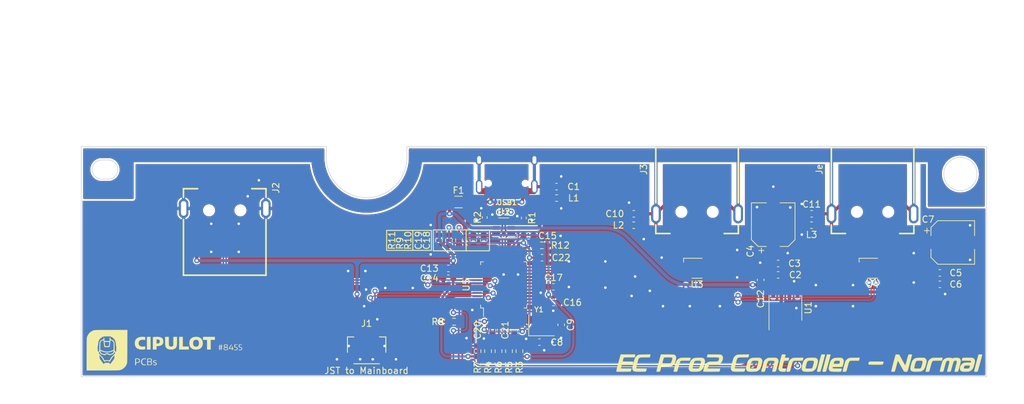
<source format=kicad_pcb>
(kicad_pcb (version 20240108) (generator "pcbnew") (generator_version "8.0")
  (title_block (title "EC_Pro2_Controller_Normal") (date "2024-03-03") (rev "1.0") (company "LU.SV Solutions") (comment 1 "Cipulot PCB Design") (comment 2 "Cipulot") (comment 3 "CC-BY-NC-SA-4.0"))
  (layers (0 "F.Cu" signal) (31 "B.Cu" signal) (34 "B.Paste" user) (35 "F.Paste" user) (36 "B.SilkS" user "B.Silkscreen") (37 "F.SilkS" user "F.Silkscreen") (38 "B.Mask" user) (39 "F.Mask" user) (44 "Edge.Cuts" user))
  (net 0 "")
  (net 1 "/PORT1_PWR")
  (net 2 "VBUS")
  (net 3 "D-")
  (net 4 "D+")
  (net 5 "GND")
  (net 6 "Net-(R1-Pad2)")
  (net 7 "Net-(R2-Pad1)")
  (net 8 "/PORT2_PWR")
  (net 11 "XOUT")
  (net 12 "GNDPWR")
  (net 13 "XIN")
  (net 14 "VCC")
  (net 15 "D3-")
  (net 16 "D3+")
  (net 17 "D1-")
  (net 18 "D1+")
  (net 19 "D2-")
  (net 20 "D2+")
  (net 21 "+3V3")
  (net 22 "/PWRB4")
  (net 23 "/PWRB3")
  (net 24 "/OVCB4")
  (net 25 "/OVCB3")
  (net 26 "/OVCB2")
  (net 27 "/OVCB1")
  (net 28 "+1V8")
  (net 29 "/BUS_B")
  (net 30 "/~{XRSTJ}")
  (net 31 "/DIS_REG")
  (net 32 "Net-(R12-Pad1)")
  (net 33 "/PWRB1")
  (net 34 "/PWRB2")
  (net 41 "D4-")
  (net 42 "D4+")
  (footprint "Resistor_SMD:R_0603_1608Metric" (layer "F.Cu") (at 90.47986 70.763986 -90)
    (property "Reference" "R10")
    (property "Value" "10k")
  )
  (footprint "Resistor_SMD:R_0603_1608Metric" (layer "F.Cu") (at 89.719225 83.497923)
    (property "Reference" "R8")
    (property "Value" "10k")
  )
  (footprint "Inductor_SMD:L_0603_1608Metric" (layer "F.Cu") (at 117.790227 68.39679 180)
    (property "Reference" "L2")
    (property "Value" "220 @ 100MHz, 2A")
  )
  (footprint "Capacitor_SMD:C_0603_1608Metric" (layer "F.Cu") (at 117.802727 66.610848 180)
    (property "Reference" "C10")
    (property "Value" "100n")
  )
  (footprint "Capacitor_SMD:C_0603_1608Metric" (layer "F.Cu") (at 105.719039 62.36458)
    (property "Reference" "C1")
    (property "Value" "100n")
  )
  (footprint "cipulot_parts:Crystal_SMD_3225-4pin_3.2x2.5mm" (layer "F.Cu") (at 103.379241 84.05112)
    (property "Reference" "Y1")
    (property "Value" "12MHz")
  )
  (footprint "Package_QFP:LQFP-48_7x7mm_P0.5mm" (layer "F.Cu") (at 97.470126 77.738491 90)
    (property "Reference" "U5")
    (property "Value" "FE1.1")
  )
  (footprint "Resistor_SMD:R_0603_1608Metric" (layer "F.Cu") (at 93.38204 88.101423 90)
    (property "Reference" "R7")
    (property "Value" "10k")
  )
  (footprint "Capacitor_SMD:C_0603_1608Metric" (layer "F.Cu") (at 145.596616 66.610848 180)
    (property "Reference" "C11")
    (property "Value" "100n")
  )
  (footprint "cipulot_parts:USB-SMT-04F-S1-B1-R9A" (layer "F.Cu") (at 127.688126 62.928348 90)
    (property "Reference" "J3")
    (property "Value" "USB_A")
  )
  (footprint "Capacitor_SMD:C_0603_1608Metric" (layer "F.Cu") (at 101.344392 70.057131)
    (property "Reference" "C15")
    (property "Value" "10u")
  )
  (footprint "LOGO" (layer "F.Cu") (at 44.445126 87.955861)
    (property "Reference" "G***" (hide yes))
    (property "Value" "LOGO" (hide yes))
  )
  (footprint "cipulot_parts:HRO-TYPE-C-31-M-12-Assembly" (layer "F.Cu") (at 97.945126 55.58458 180)
    (property "Reference" "USB1")
    (property "Value" "HRO-TYPE-C-31-M-12")
  )
  (footprint "Resistor_SMD:R_0603_1608Metric" (layer "F.Cu") (at 103.427998 71.545421)
    (property "Reference" "R12")
    (property "Value" "2.7K")
  )
  (footprint "LOGO" (layer "F.Cu") (at 143.672589 89.955861)
    (property "Reference" "G***" (hide yes))
    (property "Value" "LOGO" (hide yes))
  )
  (footprint "Inductor_SMD:L_0603_1608Metric" (layer "F.Cu") (at 105.731539 64.150522)
    (property "Reference" "L1")
    (property "Value" "220 @ 100MHz, 2A")
  )
  (footprint "Inductor_SMD:L_0603_1608Metric" (layer "F.Cu") (at 145.584116 68.39679 180)
    (property "Reference" "L3")
    (property "Value" "220 @ 100MHz, 2A")
  )
  (footprint "Capacitor_SMD:C_0603_1608Metric" (layer "F.Cu") (at 105.240387 80.488491)
    (property "Reference" "C16")
    (property "Value" "100n")
  )
  (footprint "Capacitor_SMD:C_0603_1608Metric" (layer "F.Cu") (at 88.811901 75.160906 180)
    (property "Reference" "C13")
    (property "Value" "1u")
  )
  (footprint "Capacitor_SMD:C_0603_1608Metric" (layer "F.Cu") (at 92.71231 70.770421 90)
    (property "Reference" "C19")
    (property "Value" "100n")
  )
  (footprint "cipulot_parts:JST-SR-4" (layer "F.Cu") (at 76.04335 87.439381)
    (property "Reference" "J1")
    (property "Value" "JST")
  )
  (footprint "Resistor_SMD:R_0603_1608Metric" (layer "F.Cu") (at 87.35443 70.770421 90)
    (property "Reference" "R11")
    (property "Value" "10k")
  )
  (footprint "cipulot_parts:SOT-23-6-routable" (layer "F.Cu") (at 97.470126 68.817141 180)
    (property "Reference" "U2")
    (property "Value" "SRV05-4")
  )
  (footprint "Capacitor_SMD:C_0603_1608Metric" (layer "F.Cu") (at 99.109241 84.81536 -90)
    (property "Reference" "C21")
    (property "Value" "100n")
  )
  (footprint "Capacitor_SMD:C_0603_1608Metric" (layer "F.Cu") (at 95.719241 84.81536 -90)
    (property "Reference" "C20")
    (property "Value" "100n")
  )
  (footprint "Resistor_SMD:R_0603_1608Metric" (layer "F.Cu") (at 88.917145 70.770421 -90)
    (property "Reference" "R9")
    (property "Value" "10k")
  )
  (footprint "Capacitor_SMD:C_0603_1608Metric" (layer "F.Cu") (at 165.63164 77.643214)
    (property "Reference" "C6")
    (property "Value" "10u")
  )
  (footprint "Capacitor_SMD:C_0603_1608Metric" (layer "F.Cu") (at 165.63164 75.857272)
    (property "Reference" "C5")
    (property "Value" "100n")
  )
  (footprint "Capacitor_SMD:C_0603_1608Metric" (layer "F.Cu") (at 103.054241 86.687062)
    (property "Reference" "C8")
    (property "Value" "30p")
  )
  (footprint "cipulot_parts:SOT-23-6-routable" (layer "F.Cu") (at 155.12164 75.132285)
    (property "Reference" "U4")
    (property "Value" "SRV05-4")
  )
  (footprint "Capacitor_SMD:C_0603_1608Metric" (layer "F.Cu") (at 88.811901 76.688841 180)
    (property "Reference" "C14")
    (property "Value" "10u")
  )
  (footprint "Capacitor_SMD:CP_Elec_6.3x5.9" (layer "F.Cu") (at 167.65664 71.09476)
    (property "Reference" "C7")
    (property "Value" "100u")
  )
  (footprint "Capacitor_SMD:C_0603_1608Metric" (layer "F.Cu") (at 105.240387 78.036416)
    (property "Reference" "C17")
    (property "Value" "100n")
  )
  (footprint "Resistor_SMD:R_0603_1608Metric" (layer "F.Cu") (at 98.293397 88.101423 90)
    (property "Reference" "R5")
    (property "Value" "10k")
  )
  (footprint "Resistor_SMD:R_0603_1608Metric" (layer "F.Cu") (at 96.656278 88.101423 90)
    (property "Reference" "R6")
    (property "Value" "10k")
  )
  (footprint "Capacitor_SMD:C_0603_1608Metric" (layer "F.Cu") (at 140.36292 76.171017)
    (property "Reference" "C2")
    (property "Value" "100n")
  )
  (footprint "Capacitor_SMD:C_0603_1608Metric" (layer "F.Cu") (at 106.446439 83.97612 -90)
    (property "Reference" "C9")
    (property "Value" "30p")
  )
  (footprint "Resistor_SMD:R_0402_1005Metric" (layer "F.Cu") (at 94.498258 67.180022 -90)
    (property "Reference" "R2")
    (property "Value" "5.1k")
  )
  (footprint "Capacitor_SMD:C_0603_1608Metric" (layer "F.Cu") (at 137.623379 76.946866 90)
    (property "Reference" "C12")
    (property "Value" "100n")
  )
  (footprint "cipulot_parts:USB-SMT-04F-S1-B1-R9A" (layer "F.Cu") (at 53.863527 69.453261 -90)
    (property "Reference" "J2")
    (property "Value" "USB_A")
  )
  (footprint "Capacitor_SMD:C_0603_1608Metric" (layer "F.Cu") (at 140.36292 74.385075)
    (property "Reference" "C3")
    (property "Value" "10u")
  )
  (footprint "Resistor_SMD:R_0402_1005Metric" (layer "F.Cu") (at 100.614194 67.26458 90)
    (property "Reference" "R1")
    (property "Value" "5.1k")
  )
  (footprint "Resistor_SMD:R_0603_1608Metric" (layer "F.Cu") (at 95.019159 88.101423 90)
    (property "Reference" "R4")
    (property "Value" "10k")
  )
  (footprint "cipulot_parts:SOT-23-6-routable" (layer "F.Cu") (at 127.68164 75.132285)
    (property "Reference" "U3")
    (property "Value" "SRV05-4")
  )
  (footprint "Capacitor_SMD:CP_Elec_6.3x5.9" (layer "F.Cu") (at 139.58792 68.310848 90)
    (property "Reference" "C4")
    (property "Value" "100u")
  )
  (footprint "Resistor_SMD:R_0603_1608Metric" (layer "F.Cu") (at 99.930516 88.101423 90)
    (property "Reference" "R3")
    (property "Value" "10k")
  )
  (footprint "Capacitor_SMD:C_0603_1608Metric" (layer "F.Cu") (at 103.458853 73.480198)
    (property "Reference" "C22")
    (property "Value" "100n")
  )
  (footprint "Package_SO:SOIC-8_3.9x4.9mm_P1.27mm" (layer "F.Cu") (at 141.49292 81.32493 90)
    (property "Reference" "U1")
    (property "Value" "MIC2026-2BM")
  )
  (footprint "cipulot_parts:USB-SMT-04F-S1-B1-R9A" (layer "F.Cu") (at 155.123126 62.928348 90)
    (property "Reference" "Je")
    (property "Value" "USB_A")
  )
  (footprint "Capacitor_SMD:C_0603_1608Metric" (layer "F.Cu") (at 94.349429 70.770421 90)
    (property "Reference" "C18")
    (property "Value" "100n")
  )
  (footprint "Fuse:Fuse_1206_3216Metric" (layer "F.Cu") (at 90.405445 64.767865)
    (property "Reference" "F1")
    (property "Value" "500mA")
  )
  (gr_line (start 91.596085 72.407551) (end 91.596085 69.133291) (stroke (width 0.15)) (layer "F.SilkS"))
  (gr_line (start 83.261605 72.333136) (end 83.261605 69.207706) (stroke (width 0.15)) (layer "F.SilkS"))
  (gr_rect (start 86.46145 69.133291) (end 95.24242 72.407551) (stroke (width 0.15)) (fill none) (layer "F.SilkS"))
  (gr_rect (start 79.16878 69.207706) (end 86.16379 72.333136) (stroke (width 0.15)) (fill none) (layer "F.SilkS"))
  (gr_line (start 82.345126 57.78458) (end 82.345126 56.08458) (stroke (width 0.1)) (layer "Edge.Cuts"))
  (gr_line (start 31.445126 56.08458) (end 69.745126 56.08458) (stroke (width 0.1)) (layer "Edge.Cuts"))
  (gr_arc (start 37.145126 59.68458) (mid 36.70578 60.745235) (end 35.645126 61.18458) (stroke (width 0.1)) (layer "Edge.Cuts"))
  (gr_arc (start 34.645126 61.18458) (mid 33.584489 60.74522) (end 33.145126 59.68458) (stroke (width 0.1)) (layer "Edge.Cuts"))
  (gr_line (start 172.945126 56.08458) (end 172.945126 92.08458) (stroke (width 0.1)) (layer "Edge.Cuts"))
  (gr_arc (start 76.045126 64.08458) (mid 71.590347 62.239362) (end 69.745126 57.78458) (stroke (width 0.1)) (layer "Edge.Cuts"))
  (gr_line (start 35.645126 58.18458) (end 34.645126 58.18458) (stroke (width 0.1)) (layer "Edge.Cuts"))
  (gr_arc (start 33.145126 59.68458) (mid 33.584457 58.623912) (end 34.645126 58.18458) (stroke (width 0.1)) (layer "Edge.Cuts"))
  (gr_line (start 34.645126 61.18458) (end 35.645126 61.18458) (stroke (width 0.1)) (layer "Edge.Cuts"))
  (gr_line (start 172.945126 92.08458) (end 31.445126 92.08458) (stroke (width 0.1)) (layer "Edge.Cuts"))
  (gr_line (start 69.745126 56.08458) (end 69.745126 57.78458) (stroke (width 0.1)) (layer "Edge.Cuts"))
  (gr_arc (start 35.645126 58.18458) (mid 36.705809 58.623899) (end 37.145126 59.68458) (stroke (width 0.1)) (layer "Edge.Cuts"))
  (gr_arc (start 82.345126 57.78458) (mid 80.499896 62.23935) (end 76.045126 64.08458) (stroke (width 0.1)) (layer "Edge.Cuts"))
  (gr_line (start 31.445126 92.08458) (end 31.445126 56.08458) (stroke (width 0.1)) (layer "Edge.Cuts"))
  (gr_line (start 82.345126 56.08458) (end 172.945126 56.08458) (stroke (width 0.1)) (layer "Edge.Cuts"))
  (gr_circle (center 168.845126 60.38458) (end 171.445126 60.38458) (stroke (width 0.1)) (fill none) (layer "Edge.Cuts"))
  (gr_text "JST to Mainboard\n" (at 76.024495 91.160106 0) (layer "F.SilkS") (effects (font (size 1 1))))
  (segment (start 139.58792 76.171017) (end 139.58792 71.110848) (width 0.5) (layer "F.Cu") (net 1))
  (segment (start 139.58792 78.84993) (end 139.58792 76.171017) (width 0.5) (layer "F.Cu") (net 1))
  (segment (start 131.18164 71.110848) (end 139.58792 71.110848) (width 0.5) (layer "F.Cu") (net 1))
  (segment (start 131.18164 71.110848) (end 131.18164 74.132285) (width 0.5) (layer "F.Cu") (net 1))
  (segment (start 130.18164 75.132285) (end 128.85664 75.132285) (width 0.5) (layer "F.Cu") (net 1))
  (arc (start 131.18164 74.132285) (mid 130.888747 74.839392) (end 130.18164 75.132285) (width 0.5) (layer "F.Cu") (net 1))
  (segment (start 95.495126 64.405733) (end 95.495126 63.27958) (width 0.5) (layer "F.Cu") (net 2))
  (segment (start 92.805445 68.817141) (end 96.295126 68.817141) (width 0.5) (layer "F.Cu") (net 2))
  (segment (start 95.345126 64.767865) (end 91.805445 64.767865) (width 0.5) (layer "F.Cu") (net 2))
  (segment (start 91.805445 64.767865) (end 91.805445 67.817141) (width 0.5) (layer "F.Cu") (net 2))
  (segment (start 100.395126 64.550586) (end 100.395126 63.27958) (width 0.5) (layer "F.Cu") (net 2))
  (via (at 95.345126 64.767865) (size 0.8) (drill 0.4) (layers "F.Cu" "B.Cu") (net 2))
  (via (at 100.305126 64.767865) (size 0.8) (drill 0.4) (layers "F.Cu" "B.Cu") (net 2))
  (arc (start 92.805445 68.817141) (mid 92.098338 68.524248) (end 91.805445 67.817141) (width 0.5) (layer "F.Cu") (net 2))
  (arc (start 95.345126 64.767865) (mid 95.456143 64.601717) (end 95.495126 64.405733) (width 0.5) (layer "F.Cu") (net 2))
  (arc (start 100.305126 64.767865) (mid 100.371736 64.668176) (end 100.395126 64.550586) (width 0.5) (layer "F.Cu") (net 2))
  (segment (start 100.395126 64.767865) (end 95.345126 64.767865) (width 0.5) (layer "B.Cu") (net 2))
  (segment (start 97.697284 73.553149) (end 97.720126 73.575991) (width 0.2) (layer "F.Cu") (net 3))
  (segment (start 98.317976 69.767141) (end 98.645126 69.767141) (width 0.2) (layer "F.Cu") (net 3))
  (segment (start 97.695126 63.27958) (end 97.695126 62.155861) (width 0.2) (layer "F.Cu") (net 3))
  (segment (start 97.697284 70.711508) (end 97.697284 73.553149) (width 0.2) (layer "F.Cu") (net 3))
  (segment (start 98.645126 69.767141) (end 98.323557 69.767141) (width 0.2) (layer "F.Cu") (net 3))
  (segment (start 97.841573 69.290738) (end 98.317976 69.767141) (width 0.2) (layer "F.Cu") (net 3))
  (segment (start 97.995126 61.855861) (end 98.395126 61.855861) (width 0.2) (layer "F.Cu") (net 3))
  (segment (start 98.695126 62.155861) (end 98.695126 63.27958) (width 0.2) (layer "F.Cu") (net 3))
  (segment (start 98.323557 69.767141) (end 97.988019 70.102679) (width 0.2) (layer "F.Cu") (net 3))
  (segment (start 97.695126 68.937184) (end 97.695126 63.27958) (width 0.2) (layer "F.Cu") (net 3))
  (segment (start 97.695126 63.27958) (end 97.715126 63.29958) (width 0.2) (layer "F.Cu") (net 3))
  (arc (start 97.695126 68.937184) (mid 97.733186 69.128526) (end 97.841573 69.290738) (width 0.2) (layer "F.Cu") (net 3))
  (arc (start 98.395126 61.855861) (mid 98.607258 61.943729) (end 98.695126 62.155861) (width 0.2) (layer "F.Cu") (net 3))
  (arc (start 97.995126 61.855861) (mid 97.782994 61.943729) (end 97.695126 62.155861) (width 0.2) (layer "F.Cu") (net 3))
  (arc (start 97.988019 70.102679) (mid 97.791133 70.38223) (end 97.697284 70.711508) (width 0.2) (layer "F.Cu") (net 3))
  (arc (start 97.715126 63.327864) (mid 97.709928 63.301733) (end 97.695126 63.27958) (width 0.2) (layer "F.Cu") (net 3))
  (segment (start 96.622276 69.767141) (end 97.09868 69.290737) (width 0.2) (layer "F.Cu") (net 4))
  (segment (start 98.165126 63.30958) (end 98.195126 63.27958) (width 0.2) (layer "F.Cu") (net 4))
  (segment (start 97.24315 70.71149) (end 97.24315 73.552967) (width 0.2) (layer "F.Cu") (net 4))
  (segment (start 97.24315 73.552967) (end 97.220126 73.575991) (width 0.2) (layer "F.Cu") (net 4))
  (segment (start 96.295126 69.767141) (end 96.622276 69.767141) (width 0.2) (layer "F.Cu") (net 4))
  (segment (start 97.245126 68.937184) (end 97.245126 67.216175) (width 0.2) (layer "F.Cu") (net 4))
  (segment (start 97.245126 67.368752) (end 97.245126 68.566464) (width 0.2) (layer "F.Cu") (net 4))
  (segment (start 96.295126 69.767141) (end 96.616695 69.767141) (width 0.2) (layer "F.Cu") (net 4))
  (segment (start 97.195126 65.481118) (end 97.195126 63.27958) (width 0.2) (layer "F.Cu") (net 4))
  (segment (start 96.616695 69.767141) (end 96.952233 70.102679) (width 0.2) (layer "F.Cu") (net 4))
  (segment (start 98.165126 65.278184) (end 98.165126 63.352006) (width 0.2) (layer "F.Cu") (net 4))
  (via (at 98.615126 66.36458) (size 0.8) (drill 0.4) (layers "F.Cu" "B.Cu") (net 4))
  (via (at 96.829184 66.36458) (size 0.8) (drill 0.4) (layers "F.Cu" "B.Cu") (net 4))
  (arc (start 96.829184 66.36458) (mid 97.100021 65.959244) (end 97.195126 65.481118) (width 0.2) (layer "F.Cu") (net 4))
  (arc (start 96.829184 66.36458) (mid 97.137026 66.825298) (end 97.245126 67.368752) (width 0.2) (layer "F.Cu") (net 4))
  (arc (start 97.245126 68.937184) (mid 97.207066 69.128525) (end 97.09868 69.290737) (width 0.2) (layer "F.Cu") (net 4))
  (arc (start 98.165126 63.352006) (mid 98.172923 63.31281) (end 98.195126 63.27958) (width 0.2) (layer "F.Cu") (net 4))
  (arc (start 98.615126 66.36458) (mid 98.282077 65.866138) (end 98.165126 65.278184) (width 0.2) (layer "F.Cu") (net 4))
  (arc (start 96.952233 70.102679) (mid 97.149124 70.382229) (end 97.24315 70.71149) (width 0.2) (layer "F.Cu") (net 4))
  (segment (start 98.615126 66.36458) (end 96.829184 66.36458) (width 0.2) (layer "B.Cu") (net 4))
  (segment (start 102.528667 83.20112) (end 104.228667 84.90112) (width 0.25) (layer "F.Cu") (net 5))
  (segment (start 94.349429 69.995421) (end 92.71231 69.995421) (width 0.35) (layer "F.Cu") (net 5))
  (segment (start 101.881511 83.359216) (end 102.130937 83.359216) (width 0.25) (layer "F.Cu") (net 5))
  (segment (start 104.228667 84.90112) (end 104.479241 84.90112) (width 0.25) (layer "F.Cu") (net 5))
  (via (at 56.05664 68.16476) (size 0.8) (drill 0.4) (layers "F.Cu" "B.Cu") (net 5))
  (via (at 107.65664 74.06476) (size 0.8) (drill 0.4) (layers "F.Cu" "B.Cu") (net 5))
  (via (at 95.68889 66.733535) (size 0.8) (drill 0.4) (layers "F.Cu" "B.Cu") (net 5))
  (via (at 51.75664 68.16476) (size 0.8) (drill 0.4) (layers "F.Cu" "B.Cu") (net 5))
  (via (at 126.55664 81.06476) (size 0.8) (drill 0.4) (layers "F.Cu" "B.Cu") (net 5))
  (via (at 117.05664 64.86476) (size 0.8) (drill 0.4) (layers "F.Cu" "B.Cu") (net 5))
  (via (at 161.55664 77.36476) (size 0.8) (drill 0.4) (layers "F.Cu" "B.Cu") (net 5))
  (via (at 143.20664 81.36476) (size 0.8) (drill 0.4) (layers "F.Cu" "B.Cu") (net 5))
  (via (at 93.1588 67.656423) (size 0.8) (drill 0.4) (layers "F.Cu" "B.Cu") (net 5))
  (via (at 131.25664 81.06476) (size 0.8) (drill 0.4) (layers "F.Cu" "B.Cu") (net 5))
  (via (at 144.05664 65.06476) (size 0.8) (drill 0.4) (layers "F.Cu" "B.Cu") (net 5))
  (via (at 161.55664 72.76476) (size 0.8) (drill 0.4) (layers "F.Cu" "B.Cu") (net 5))
  (via (at 142.25664 65.61476) (size 0.8) (drill 0.4) (layers "F.Cu" "B.Cu") (net 5))
  (via (at 141.85664 72.76476) (size 0.8) (drill 0.4) (layers "F.Cu" "B.Cu") (net 5))
  (via (at 113.35664 74.06476) (size 0.8) (drill 0.4) (layers "F.Cu" "B.Cu") (net 5))
  (via (at 86.05664 68.36476) (size 0.8) (drill 0.4) (layers "F.Cu" "B.Cu") (net 5))
  (via (at 142.85664 77.16476) (size 0.8) (drill 0.4) (layers "F.Cu" "B.Cu") (net 5))
  (via (at 99.70664 76.11476) (size 0.8) (drill 0.4) (layers "F.Cu" "B.Cu") (net 5))
  (via (at 152.05664 77.76476) (size 0.8) (drill 0.4) (layers "F.Cu" "B.Cu") (net 5))
  (via (at 78.84335 87.293282) (size 0.8) (drill 0.4) (layers "F.Cu" "B.Cu") (net 5))
  (via (at 92.55664 81.66476) (size 0.8) (drill 0.4) (layers "F.Cu" "B.Cu") (net 5))
  (via (at 119.35664 70.56476) (size 0.8) (drill 0.4) (layers "F.Cu" "B.Cu") (net 5))
  (via (at 71.401925 89.376881) (size 0.8) (drill 0.4) (layers "F.Cu" "B.Cu") (net 5))
  (via (at 56.05664 72.56476) (size 0.8) (drill 0.4) (layers "F.Cu" "B.Cu") (net 5))
  (via (at 122.35664 81.06476) (size 0.8) (drill 0.4) (layers "F.Cu" "B.Cu") (net 5))
  (via (at 77.70664 83.11476) (size 0.8) (drill 0.4) (layers "F.Cu" "B.Cu") (net 5))
  (via (at 99.584194 66.97792) (size 0.8) (drill 0.4) (layers "F.Cu" "B.Cu") (net 5))
  (via (at 139.60664 62.36476) (size 0.8) (drill 0.4) (layers "F.Cu" "B.Cu") (net 5))
  (via (at 97.45664 76.11476) (size 0.8) (drill 0.4) (layers "F.Cu" "B.Cu") (net 5))
  (via (at 105.0652 86.687062) (size 0.8) (drill 0.4) (layers "F.Cu" "B.Cu") (net 5))
  (via (at 57.45664 63.86476) (size 0.8) (drill 0.4) (layers "F.Cu" "B.Cu") (net 5))
  (via (at 75.029292 89.371435) (size 0.8) (drill 0.4) (layers "F.Cu" "B.Cu") (net 5))
  (via (at 78.95664 78.21476) (size 0.8) (drill 0.4) (layers "F.Cu" "B.Cu") (net 5))
  (via (at 133.95664 72.26476) (size 0.8) (drill 0.4) (layers "F.Cu" "B.Cu") (net 5))
  (via (at 137.55664 74.26476) (size 0.8) (drill 0.4) (layers "F.Cu" "B.Cu") (net 5))
  (via (at 77.001925 89.376881) (size 0.8) (drill 0.4) (layers "F.Cu" "B.Cu") (net 5))
  (via (at 80.629292 89.371435) (size 0.8) (drill 0.4) (layers "F.Cu" "B.Cu") (net 5))
  (via (at 118.00664 76.41476) (size 0.8) (drill 0.4) (layers "F.Cu" "B.Cu") (net 5))
  (via (at 51.75664 72.56476) (size 0.8) (drill 0.4) (layers "F.Cu" "B.Cu") (net 5))
  (via (at 146.25664 81.06476) (size 0.8) (drill 0.4) (layers "F.Cu" "B.Cu") (net 5))
  (via (at 75.65664 81.06476) (size 0.8) (drill 0.4) (layers "F.Cu" "B.Cu") (net 5))
  (via (at 86.05664 72.96476) (size 0.8) (drill 0.4) (layers "F.Cu" "B.Cu") (net 5))
  (via (at 137.05664 65.56476) (size 0.8) (drill 0.4) (layers "F.Cu" "B.Cu") (net 5))
  (via (at 91.65664 86.06476) (size 0.8) (drill 0.4) (layers "F.Cu" "B.Cu") (net 5))
  (via (at 170.35664 73.81476) (size 0.8) (drill 0.4) (layers "F.Cu" "B.Cu") (net 5))
  (via (at 106.45664 60.76476) (size 0.8) (drill 0.4) (layers "F.Cu" "B.Cu") (net 5))
  (via (at 75.95664 78.46476) (size 0.8) (drill 0.4) (layers "F.Cu" "B.Cu") (net 5))
  (via (at 106.446439 86.025496) (size 0.8) (drill 0.4) (layers "F.Cu" "B.Cu") (net 5))
  (via (at 122.15664 73.46476) (size 0.8) (drill 0.4) (layers "F.Cu" "B.Cu") (net 5))
  (via (at 106.45664 65.76476) (size 0.8) (drill 0.4) (layers "F.Cu" "B.Cu") (net 5))
  (via (at 144.05664 69.86476) (size 0.8) (drill 0.4) (layers "F.Cu" "B.Cu") (net 5))
  (via (at 75.85664 75.56476) (size 0.8) (drill 0.4) (layers "F.Cu" "B.Cu") (net 5))
  (via (at 73.24335 87.293282) (size 0.8) (drill 0.4) (layers "F.Cu" "B.Cu") (net 5))
  (via (at 133.95664 76.56476) (size 0.8) (drill 0.4) (layers "F.Cu" "B.Cu") (net 5))
  (via (at 59.20664 61.36476) (size 0.8) (drill 0.4) (layers "F.Cu" "B.Cu") (net 5))
  (via (at 120.30664 78.66476) (size 0.8) (drill 0.4) (layers "F.Cu" "B.Cu") (net 5))
  (via (at 170.35664 68.41476) (size 0.8) (drill 0.4) (layers "F.Cu" "B.Cu") (net 5))
  (via (at 103.25664 78.96476) (size 0.8) (drill 0.4) (layers "F.Cu" "B.Cu") (net 5))
  (via (at 152.05664 81.06476) (size 0.8) (drill 0.4) (layers "F.Cu" "B.Cu") (net 5))
  (via (at 146.25664 77.76476) (size 0.8) (drill 0.4) (layers "F.Cu" "B.Cu") (net 5))
  (via (at 100.972375 86.174326) (size 0.8) (drill 0.4) (layers "F.Cu" "B.Cu") (net 5))
  (via (at 166.45664 79.16476) (size 0.8) (drill 0.4) (layers "F.Cu" "B.Cu") (net 5))
  (via (at 103.800145 87.960286) (size 0.8) (drill 0.4) (layers "F.Cu" "B.Cu") (net 5))
  (via (at 113.35664 78.16476) (size 0.8) (drill 0.4) (layers "F.Cu" "B.Cu") (net 5))
  (via (at 93.962754 65.736423) (size 0.8) (drill 0.4) (layers "F.Cu" "B.Cu") (net 5))
  (via (at 105.21403 81.783841) (size 0.8) (drill 0.4) (layers "F.Cu" "B.Cu") (net 5))
  (via (at 107.65664 78.06476) (size 0.8) (drill 0.4) (layers "F.Cu" "B.Cu") (net 5))
  (via (at 73.15664 75.56476) (size 0.8) (drill 0.4) (layers "F.Cu" "B.Cu") (net 5))
  (via (at 117.45664 79.46476) (size 0.8) (drill 0.4) (layers "F.Cu" "B.Cu") (net 5))
  (via (at 106.35664 70.06476) (size 0.8) (drill 0.4) (layers "F.Cu" "B.Cu") (net 5))
  (via (at 83.25664 78.21476) (size 0.8) (drill 0.4) (layers "F.Cu" "B.Cu") (net 5))
  (via (at 101.834194 67.55792) (size 0.8) (drill 0.4) (layers "F.Cu" "B.Cu") (net 5))
  (via (at 94.372754 86.126426) (size 0.8) (drill 0.4) (layers "F.Cu" "B.Cu") (net 5))
  (segment (start 99.195126 63.27958) (end 99.195126 64.648754) (width 0.25) (layer "F.Cu") (net 6))
  (segment (start 100.520126 66.380861) (end 100.520126 66.75458) (width 0.25) (layer "F.Cu") (net 6))
  (segment (start 99.341573 65.002308) (end 100.378704 66.039439) (width 0.25) (layer "F.Cu") (net 6))
  (arc (start 99.195126 64.648754) (mid 99.233186 64.840096) (end 99.341573 65.002308) (width 0.25) (layer "F.Cu") (net 6))
  (arc (start 100.378704 66.039439) (mid 100.483371 66.196085) (end 100.520126 66.380861) (width 0.25) (layer "F.Cu") (net 6))
  (segment (start 94.530965 66.670022) (end 94.498258 66.670022) (width 0.25) (layer "F.Cu") (net 7))
  (segment (start 96.04868 65.152307) (end 94.530965 66.670022) (width 0.25) (layer "F.Cu") (net 7))
  (segment (start 96.195126 63.27958) (end 96.195126 64.798754) (width 0.25) (layer "F.Cu") (net 7))
  (arc (start 96.195126 64.798754) (mid 96.157066 64.990095) (end 96.04868 65.152307) (width 0.25) (layer "F.Cu") (net 7))
  (segment (start 158.62164 71.110848) (end 158.62164 74.132285) (width 0.5) (layer "F.Cu") (net 8))
  (segment (start 162.821497 78.84993) (end 162.837585 78.833842) (width 0.5) (layer "F.Cu") (net 8))
  (segment (start 164.85664 71.09476) (end 158.639214 71.09476) (width 0.5) (layer "F.Cu") (net 8))
  (segment (start 164.251799 78.248055) (end 164.85664 77.643214) (width 0.5) (layer "F.Cu") (net 8))
  (segment (start 158.639214 71.09476) (end 158.623126 71.110848) (width 0.5) (layer "F.Cu") (net 8))
  (segment (start 143.39792 78.84993) (end 162.821497 78.84993) (width 0.5) (layer "F.Cu") (net 8))
  (segment (start 157.62164 75.132285) (end 156.29664 75.132285) (width 0.5) (layer "F.Cu") (net 8))
  (segment (start 164.85664 71.09476) (end 164.85664 75.857272) (width 0.5) (layer "F.Cu") (net 8))
  (segment (start 164.85664 75.857272) (end 164.85664 77.643214) (width 0.5) (layer "F.Cu") (net 8))
  (arc (start 164.251799 78.248055) (mid 163.602952 78.681601) (end 162.837585 78.833842) (width 0.5) (layer "F.Cu") (net 8))
  (arc (start 157.62164 75.132285) (mid 158.328747 74.839392) (end 158.62164 74.132285) (width 0.5) (layer "F.Cu") (net 8))
  (segment (start 101.781511 85.059216) (end 101.881511 85.059216) (width 0.25) (layer "F.Cu") (net 11))
  (segment (start 99.720126 81.900991) (end 99.720126 82.649912) (width 0.25) (layer "F.Cu") (net 11))
  (segment (start 102.279241 84.90112) (end 102.279241 86.687062) (width 0.25) (layer "F.Cu") (net 11))
  (segment (start 101.739241 84.90112) (end 102.279241 84.90112) (width 0.25) (layer "F.Cu") (net 11))
  (segment (start 99.744771 81.900991) (end 99.745126 81.901346) (width 0.25) (layer "F.Cu") (net 11))
  (segment (start 99.884241 83.04612) (end 101.739241 84.90112) (width 0.25) (layer "F.Cu") (net 11))
  (segment (start 99.720126 81.900991) (end 99.744771 81.900991) (width 0.25) (layer "F.Cu") (net 11))
  (arc (start 99.720126 82.649912) (mid 99.762778 82.864338) (end 99.884241 83.04612) (width 0.25) (layer "F.Cu") (net 11))
  (segment (start 102.265126 63.27958) (end 101.170126 63.27958) (width 0.5) (layer "F.Cu") (net 12))
  (segment (start 151.687736 64.448179) (end 158.555544 64.448179) (width 0.5) (layer "F.Cu") (net 12))
  (segment (start 151.62164 71.110848) (end 151.62164 74.132285) (width 0.5) (layer "F.Cu") (net 12))
  (segment (start 119.803701 57.570522) (end 102.265126 57.570522) (width 0.5) (layer "F.Cu") (net 12))
  (segment (start 104.944039 62.36458) (end 102.265126 62.36458) (width 0.5) (layer "F.Cu") (net 12))
  (segment (start 149.69664 71.110848) (end 151.62164 71.110848) (width 0.5) (layer "F.Cu") (net 12))
  (segment (start 122.25664 71.110848) (end 124.18164 71.110848) (width 0.5) (layer "F.Cu") (net 12))
  (segment (start 147.906913 57.570522) (end 146.592831 57.570522) (width 0.5) (layer "F.Cu") (net 12))
  (segment (start 104.944039 62.36458) (end 104.944039 64.150522) (width 0.5) (layer "F.Cu") (net 12))
  (segment (start 124.247736 64.448179) (end 131.115544 64.448179) (width 0.5) (layer "F.Cu") (net 12))
  (segment (start 146.592831 57.570522) (end 132.305295 57.570522) (width 0.5) (layer "F.Cu") (net 12))
  (segment (start 146.371616 66.610848) (end 148.69664 66.610848) (width 0.5) (layer "F.Cu") (net 12))
  (segment (start 121.25664 66.610848) (end 121.25664 70.110848) (width 0.5) (layer "F.Cu") (net 12))
  (segment (start 93.625126 63.27958) (end 94.720126 63.27958) (width 0.5) (layer "F.Cu") (net 12))
  (segment (start 148.69664 66.610848) (end 150.273523 65.033965) (width 0.5) (layer "F.Cu") (net 12))
  (segment (start 161.54664 66.610848) (end 161.54664 57.570522) (width 0.5) (layer "F.Cu") (net 12))
  (segment (start 121.25664 66.610848) (end 122.833523 65.033965) (width 0.5) (layer "F.Cu") (net 12))
  (segment (start 120.522469 57.570522) (end 119.803701 57.570522) (width 0.5) (layer "F.Cu") (net 12))
  (segment (start 121.25664 66.610848) (end 118.577727 66.610848) (width 0.5) (layer "F.Cu") (net 12))
  (segment (start 146.371616 68.39679) (end 146.371616 66.610848) (width 0.5) (layer "F.Cu") (net 12))
  (segment (start 101.170126 63.27958) (end 101.170126 64.812473) (width 0.5) (layer "F.Cu") (net 12))
  (segment (start 101.170126 62.86458) (end 102.060127 62.86458) (width 0.5) (layer "F.Cu") (net 12))
  (segment (start 125.18164 75.132285) (end 126.50664 75.132285) (width 0.5) (layer "F.Cu") (net 12))
  (segment (start 94.720126 62.86458) (end 93.830125 62.86458) (width 0.5) (layer "F.Cu") (net 12))
  (segment (start 101.316573 65.166027) (end 102.983894 66.833348) (width 0.5) (layer "F.Cu") (net 12))
  (segment (start 148.69664 66.610848) (end 148.69664 57.570522) (width 0.5) (layer "F.Cu") (net 12))
  (segment (start 134.10664 66.610848) (end 134.10664 57.570522) (width 0.5) (layer "F.Cu") (net 12))
  (segment (start 152.62164 75.132285) (end 153.94664 75.132285) (width 0.5) (layer "F.Cu") (net 12))
  (segment (start 148.698126 66.610848) (end 148.698126 61.982334) (width 0.25) (layer "F.Cu") (net 12))
  (segment (start 124.18164 71.110848) (end 124.18164 74.132285) (width 0.5) (layer "F.Cu") (net 12))
  (segment (start 148.69664 66.610848) (end 148.69664 70.110848) (width 0.5) (layer "F.Cu") (net 12))
  (segment (start 133.372469 57.570522) (end 132.305295 57.570522) (width 0.5) (layer "F.Cu") (net 12))
  (segment (start 102.265126 62.36458) (end 102.265126 63.27958) (width 0.5) (layer "F.Cu") (net 12))
  (segment (start 102.265126 57.570522) (end 102.265126 58.18458) (width 0.5) (layer "F.Cu") (net 12))
  (segment (start 118.577727 66.610848) (end 118.577727 68.39679) (width 0.5) (layer "F.Cu") (net 12))
  (segment (start 94.720126 63.27958) (end 94.720126 62.86458) (width 0.5) (layer "F.Cu") (net 12))
  (segment (start 93.625126 62.36458) (end 93.625126 63.27958) (width 0.5) (layer "F.Cu") (net 12))
  (segment (start 102.63034 68.817141) (end 98.645126 68.817141) (width 0.5) (layer "F.Cu") (net 12))
  (segment (start 121.25664 66.610848) (end 121.25664 57.570522) (width 0.5) (layer "F.Cu") (net 12))
  (segment (start 159.969758 65.033966) (end 161.54664 66.610848) (width 0.5) (layer "F.Cu") (net 12))
  (segment (start 160.756913 57.570522) (end 146.592831 57.570522) (width 0.5) (layer "F.Cu") (net 12))
  (segment (start 132.529758 65.033966) (end 134.10664 66.610848) (width 0.5) (layer "F.Cu") (net 12))
  (segment (start 132.305295 57.570522) (end 119.803701 57.570522) (width 0.5) (layer "F.Cu") (net 12))
  (segment (start 101.163579 62.851229) (end 102.05358 62.851229) (width 0.5) (layer "F.Cu") (net 12))
  (segment (start 93.830125 62.86458) (end 93.625126 62.659581) (width 0.5) (layer "F.Cu") (net 12))
  (segment (start 103.13034 67.186901) (end 103.13034 68.317141) (width 0.5) (layer "F.Cu") (net 12))
  (segment (start 102.060127 62.86458) (end 102.265126 62.659581) (width 0.5) (layer "F.Cu") (net 12))
  (segment (start 101.170126 63.27958) (end 101.170126 62.86458) (width 0.5) (layer "F.Cu") (net 12))
  (arc (start 125.18164 75.132285) (mid 124.474533 74.839392) (end 124.18164 74.132285) (width 0.5) (layer "F.Cu") (net 12))
  (arc (start 102.63034 68.817141) (mid 102.983893 68.670694) (end 103.13034 68.317141) (width 0.5) (layer "F.Cu") (net 12))
  (arc (start 158.555544 64.448179) (mid 159.320911 64.60042) (end 159.969758 65.033966) (width 0.5) (layer "F.Cu") (net 12))
  (arc (start 101.170126 64.812473) (mid 101.208186 65.003815) (end 101.316573 65.166027) (width 0.5) (layer "F.Cu") (net 12))
  (arc (start 103.13034 67.186901) (mid 103.09228 66.99556) (end 102.983894 66.833348) (width 0.5) (layer "F.Cu") (net 12))
  (arc (start 151.62164 74.132285) (mid 151.914533 74.839392) (end 152.62164 75.132285) (width 0.5) (layer "F.Cu") (net 12))
  (arc (start 151.687736 64.448179) (mid 150.922369 64.60042) (end 150.273523 65.033965) (width 0.5) (layer "F.Cu") (net 12))
  (arc (start 124.247736 64.448179) (mid 123.482369 64.60042) (end 122.833523 65.033965) (width 0.5) (layer "F.Cu") (net 12))
  (arc (start 121.25664 70.110848) (mid 121.549533 70.817955) (end 122.25664 71.110848) (width 0.5) (layer "F.Cu") (net 12))
  (arc (start 132.529758 65.033966) (mid 131.880911 64.60042) (end 131.115544 64.448179) (width 0.5) (layer "F.Cu") (net 12))
  (arc (start 148.69664 70.110848) (mid 148.989533 70.817955) (end 149.69664 71.110848) (width 0.5) (layer "F.Cu") (net 12))
  (segment (start 148.698126 57.570522) (end 148.698126 66.610848) (width 0.5) (layer "B.Cu") (net 12))
  (segment (start 161.548126 57.570522) (end 102.265126 57.570522) (width 0.5) (layer "B.Cu") (net 12))
  (segment (start 161.548126 57.570522) (end 161.548126 66.610848) (width 0.5) (layer "B.Cu") (net 12))
  (segment (start 102.265126 57.570522) (end 102.265126 58.18458) (width 0.5) (layer "B.Cu") (net 12))
  (segment (start 121.263126 57.570522) (end 121.263126 66.610848) (width 0.5) (layer "B.Cu") (net 12))
  (segment (start 93.625126 58.18458) (end 93.625126 62.36458) (width 0.5) (layer "B.Cu") (net 12))
  (segment (start 134.113126 57.570522) (end 134.113126 66.610848) (width 0.5) (layer "B.Cu") (net 12))
  (segment (start 102.265126 58.18458) (end 102.265126 62.36458) (width 0.5) (layer "B.Cu") (net 12))
  (segment (start 103.372005 82.193884) (end 104.379241 83.20112) (width 0.25) (layer "F.Cu") (net 13))
  (segment (start 100.220126 81.900991) (end 102.664898 81.900991) (width 0.25) (layer "F.Cu") (net 13))
  (segment (start 104.375356 83.20112) (end 104.479241 83.20112) (width 0.25) (layer "F.Cu") (net 13))
  (segment (start 104.379241 83.20112) (end 104.479241 83.20112) (width 0.25) (layer "F.Cu") (net 13))
  (segment (start 106.446439 83.20112) (end 104.479241 83.20112) (width 0.25) (layer "F.Cu") (net 13))
  (arc (start 103.372005 82.193884) (mid 103.047582 81.977111) (end 102.664898 81.900991) (width 0.25) (layer "F.Cu") (net 13))
  (segment (start 49.5 65.064214) (end 49.5 73.940341) (width 0.5) (layer "F.Cu") (net 14))
  (segment (start 138.123379 80.729616) (end 140.35792 80.729616) (width 0.5) (layer "F.Cu") (net 14))
  (segment (start 140.85792 80.229616) (end 140.85792 78.84993) (width 0.5) (layer "F.Cu") (net 14))
  (segment (start 93.307626 75.488491) (end 94.520126 75.488491) (width 0.25) (layer "F.Cu") (net 14))
  (segment (start 95.220126 74.788491) (end 95.220126 73.575991) (width 0.25) (layer "F.Cu") (net 14))
  (segment (start 89.005445 64.767865) (end 89.005445 66.603181) (width 0.5) (layer "F.Cu") (net 14))
  (segment (start 89.586901 73.940341) (end 89.586901 75.160906) (width 0.5) (layer "F.Cu") (net 14))
  (segment (start 50.363527 61.270761) (end 50.363527 63.372259) (width 0.5) (layer "F.Cu") (net 14))
  (segment (start 74.54335 85.501881) (end 74.54335 79.17756) (width 0.5) (layer "F.Cu") (net 14))
  (segment (start 93.307626 75.488491) (end 90.377761 75.488491) (width 0.25) (layer "F.Cu") (net 14))
  (segment (start 137.623379 77.721866) (end 136.383936 77.721866) (width 0.5) (layer "F.Cu") (net 14))
  (segment (start 89.587444 75.160363) (end 89.586901 75.160906) (width 0.35) (layer "F.Cu") (net 14))
  (segment (start 50.070634 64.079366) (end 49.792893 64.357107) (width 0.5) (layer "F.Cu") (net 14))
  (segment (start 137.623379 80.229616) (end 137.623379 77.721866) (width 0.5) (layer "F.Cu") (net 14))
  (via (at 49.5 73.940341) (size 0.8) (drill 0.4) (layers "F.Cu" "B.Cu") (net 14))
  (via (at 89.586901 73.940341) (size 0.8) (drill 0.4) (layers "F.Cu" "B.Cu") (net 14))
  (via (at 74.54335 79.17756) (size 0.8) (drill 0.4) (layers "F.Cu" "B.Cu") (net 14))
  (via (at 136.383936 77.721866) (size 0.8) (drill 0.4) (layers "F.Cu" "B.Cu") (net 14))
  (via (at 89.005445 66.603181) (size 0.8) (drill 0.4) (layers "F.Cu" "B.Cu") (net 14))
  (arc (start 49.792893 64.357107) (mid 49.57612 64.68153) (end 49.5 65.064214) (width 0.5) (layer "F.Cu") (net 14))
  (arc (start 94.520126 75.488491) (mid 95.015101 75.283466) (end 95.220126 74.788491) (width 0.25) (layer "F.Cu") (net 14))
  (arc (start 90.377761 75.488491) (mid 89.949751 75.403354) (end 89.586901 75.160906) (width 0.25) (layer "F.Cu") (net 14))
  (arc (start 138.123379 80.729616) (mid 137.769826 80.583169) (end 137.623379 80.229616) (width 0.5) (layer "F.Cu") (net 14))
  (arc (start 140.85792 80.229616) (mid 140.711473 80.583169) (end 140.35792 80.729616) (width 0.5) (layer "F.Cu") (net 14))
  (arc (start 50.070634 64.079366) (mid 50.287407 63.754943) (end 50.363527 63.372259) (width 0.5) (layer "F.Cu") (net 14))
  (segment (start 87.4 67.103181) (end 87.4 70.284315) (width 0.5) (layer "B.Cu") (net 14))
  (segment (start 116.798936 70.300097) (end 122.756239 76.2574) (width 0.5) (layer "B.Cu") (net 14))
  (segment (start 92.894749 68.835631) (end 113.263402 68.835631) (width 0.5) (layer "B.Cu") (net 14))
  (segment (start 126.291773 77.721866) (end 136.383936 77.721866) (width 0.5) (layer "B.Cu") (net 14))
  (segment (start 89.980319 66.749628) (end 91.480536 68.249845) (width 0.5) (layer "B.Cu") (net 14))
  (segment (start 73.54335 73.940341) (end 49.5 73.940341) (width 0.5) (layer "B.Cu") (net 14))
  (segment (start 75.54335 73.940341) (end 89.586901 73.940341) (width 0.5) (layer "B.Cu") (net 14))
  (segment (start 74.54335 79.17756) (end 74.54335 74.940341) (width 0.5) (layer "B.Cu") (net 14))
  (segment (start 89.005445 66.603181) (end 87.9 66.603181) (width 0.5) (layer "B.Cu") (net 14))
  (segment (start 73.54335 73.940341) (end 75.54335 73.940341) (width 0.5) (layer "B.Cu") (net 14))
  (segment (start 89.586901 73.386901) (end 89.586901 73.940341) (width 0.5) (layer "B.Cu") (net 14))
  (segment (start 89.005445 66.603181) (end 89.626765 66.603181) (width 0.5) (layer "B.Cu") (net 14))
  (segment (start 74.54335 74.940341) (end 74.54335 74.940341) (width 0.5) (layer "B.Cu") (net 14))
  (segment (start 87.8 71.25) (end 89.339413 72.789413) (width 0.5) (layer "B.Cu") (net 14))
  (arc (start 74.54335 74.940341) (mid 74.836243 74.233234) (end 75.54335 73.940341) (width 0.5) (layer "B.Cu") (net 14))
  (arc (start 74.54335 74.940341) (mid 74.250457 74.233234) (end 73.54335 73.940341) (width 0.5) (layer "B.Cu") (net 14))
  (arc (start 87.4 67.103181) (mid 87.546447 66.749628) (end 87.9 66.603181) (width 0.5) (layer "B.Cu") (net 14))
  (arc (start 89.626765 66.603181) (mid 89.818107 66.641241) (end 89.980319 66.749628) (width 0.5) (layer "B.Cu") (net 14))
  (arc (start 87.4 70.284315) (mid 87.503957 70.80694) (end 87.8 71.25) (width 0.5) (layer "B.Cu") (net 14))
  (arc (start 89.339413 72.789413) (mid 89.522581 73.063543) (end 89.586901 73.386901) (width 0.5) (layer "B.Cu") (net 14))
  (arc (start 122.756239 76.2574) (mid 124.378352 77.34128) (end 126.291773 77.721866) (width 0.5) (layer "B.Cu") (net 14))
  (arc (start 91.480536 68.249845) (mid 92.129382 68.68339) (end 92.894749 68.835631) (width 0.5) (layer "B.Cu") (net 14))
  (arc (start 113.263402 68.835631) (mid 115.176819 69.216233) (end 116.798936 70.300097) (width 0.5) (layer "B.Cu") (net 14))
  (segment (start 96.687392 78.463492) (end 101.607627 78.463492) (width 0.2) (layer "F.Cu") (net 15))
  (segment (start 101.607627 78.463492) (end 101.632626 78.488491) (width 0.2) (layer "F.Cu") (net 15))
  (segment (start 84.87778 77.417422) (end 55.888527 77.417422) (width 0.2) (layer "F.Cu") (net 15))
  (segment (start 96.009871 78.095671) (end 96.158701 78.244501) (width 0.2) (layer "F.Cu") (net 15))
  (segment (start 53.345634 64.002869) (end 53.15642 63.813655) (width 0.2) (layer "F.Cu") (net 15))
  (segment (start 52.863527 63.106548) (end 52.863527 61.270761) (width 0.2) (layer "F.Cu") (net 15))
  (segment (start 95.351249 77.861313) (end 95.444081 77.861313) (width 0.2) (layer "F.Cu") (net 15))
  (segment (start 53.638527 75.167422) (end 53.638527 64.709976) (width 0.2) (layer "F.Cu") (net 15))
  (via (at 85.602041 77.717421) (size 0.8) (drill 0.4) (layers "F.Cu" "B.Cu") (net 15))
  (via (at 95.351249 77.861313) (size 0.8) (drill 0.4) (layers "F.Cu" "B.Cu") (net 15))
  (arc (start 85.602041 77.717421) (mid 85.269748 77.495389) (end 84.87778 77.417422) (width 0.2) (layer "F.Cu") (net 15))
  (arc (start 96.158701 78.244501) (mid 96.401266 78.406578) (end 96.687392 78.463492) (width 0.2) (layer "F.Cu") (net 15))
  (arc (start 53.15642 63.813655) (mid 52.939647 63.489231) (end 52.863527 63.106548) (width 0.2) (layer "F.Cu") (net 15))
  (arc (start 95.444081 77.861313) (mid 95.750284 77.922221) (end 96.009871 78.095671) (width 0.2) (layer "F.Cu") (net 15))
  (arc (start 53.638527 64.709976) (mid 53.562407 64.327293) (end 53.345634 64.002869) (width 0.2) (layer "F.Cu") (net 15))
  (arc (start 55.888527 77.417422) (mid 54.297537 76.758412) (end 53.638527 75.167422) (width 0.2) (layer "F.Cu") (net 15))
  (segment (start 94.279602 77.417422) (end 86.326302 77.417422) (width 0.2) (layer "B.Cu") (net 15))
  (arc (start 86.326302 77.417422) (mid 85.934334 77.495389) (end 85.602041 77.717421) (width 0.2) (layer "B.Cu") (net 15))
  (arc (start 95.351249 77.861313) (mid 94.859573 77.532785) (end 94.279602 77.417422) (width 0.2) (layer "B.Cu") (net 15))
  (segment (start 96.093713 77.118849) (end 96.093713 77.211681) (width 0.2) (layer "F.Cu") (net 16))
  (segment (start 84.87778 76.96742) (end 84.30258 76.96742) (width 0.2) (layer "F.Cu") (net 16))
  (segment (start 83.44787 76.712709) (end 83.44787 76.71271) (width 0.2) (layer "F.Cu") (net 16))
  (segment (start 83.19316 76.96742) (end 83.10258 76.96742) (width 0.2) (layer "F.Cu") (net 16))
  (segment (start 54.088527 74.96742) (end 54.088527 64.709976) (width 0.2) (layer "F.Cu") (net 16))
  (segment (start 83.79316 76.457999) (end 83.70258 76.457999) (width 0.2) (layer "F.Cu") (net 16))
  (segment (start 83.10258 76.96742) (end 56.088527 76.96742) (width 0.2) (layer "F.Cu") (net 16))
  (segment (start 54.38142 64.002869) (end 54.570634 63.813655) (width 0.2) (layer "F.Cu") (net 16))
  (segment (start 84.04787 76.71271) (end 84.04787 76.712709) (width 0.2) (layer "F.Cu") (net 16))
  (segment (start 54.863527 63.106548) (end 54.863527 61.270761) (width 0.2) (layer "F.Cu") (net 16))
  (segment (start 96.897871 78.01349) (end 101.607627 78.01349) (width 0.2) (layer "F.Cu") (net 16))
  (segment (start 101.607627 78.01349) (end 101.632626 77.988491) (width 0.2) (layer "F.Cu") (net 16))
  (via (at 96.093713 77.118849) (size 0.8) (drill 0.4) (layers "F.Cu" "B.Cu") (net 16))
  (via (at 85.602041 76.667421) (size 0.8) (drill 0.4) (layers "F.Cu" "B.Cu") (net 16))
  (arc (start 54.088527 64.709976) (mid 54.164647 64.327293) (end 54.38142 64.002869) (width 0.2) (layer "F.Cu") (net 16))
  (arc (start 56.088527 76.96742) (mid 54.674313 76.381634) (end 54.088527 74.96742) (width 0.2) (layer "F.Cu") (net 16))
  (arc (start 83.44787 76.71271) (mid 83.373267 76.892817) (end 83.19316 76.96742) (width 0.2) (layer "F.Cu") (net 16))
  (arc (start 96.093713 77.211681) (mid 96.154621 77.517884) (end 96.328071 77.777471) (width 0.2) (layer "F.Cu") (net 16))
  (arc (start 84.04787 76.712709) (mid 83.973267 76.532602) (end 83.79316 76.457999) (width 0.2) (layer "F.Cu") (net 16))
  (arc (start 54.570634 63.813655) (mid 54.787407 63.489232) (end 54.863527 63.106548) (width 0.2) (layer "F.Cu") (net 16))
  (arc (start 84.30258 76.96742) (mid 84.122473 76.892817) (end 84.04787 76.71271) (width 0.2) (layer "F.Cu") (net 16))
  (arc (start 96.328071 77.777471) (mid 96.589497 77.952151) (end 96.897871 78.01349) (width 0.2) (layer "F.Cu") (net 16))
  (arc (start 83.70258 76.457999) (mid 83.522473 76.532602) (end 83.44787 76.712709) (width 0.2) (layer "F.Cu") (net 16))
  (arc (start 85.602041 76.667421) (mid 85.269747 76.889453) (end 84.87778 76.96742) (width 0.2) (layer "F.Cu") (net 16))
  (segment (start 95.728132 76.96742) (end 86.326302 76.96742) (width 0.2) (layer "B.Cu") (net 16))
  (arc (start 96.093713 77.118849) (mid 95.925983 77.006775) (end 95.728132 76.96742) (width 0.2) (layer "B.Cu") (net 16))
  (arc (start 86.326302 76.96742) (mid 85.934335 76.889453) (end 85.602041 76.667421) (width 0.2) (layer "B.Cu") (net 16))
  (segment (start 128.68164 71.110848) (end 128.68164 72.110848) (width 0.2) (layer "F.Cu") (net 17))
  (segment (start 118.979203 76.049279) (end 120.911424 77.9815) (width 0.2) (layer "F.Cu") (net 17))
  (segment (start 128.125787 75.733814) (end 128.474258 76.082285) (width 0.2) (layer "F.Cu") (net 17))
  (segment (start 128.474258 76.082285) (end 128.85664 76.082285) (width 0.2) (layer "F.Cu") (net 17))
  (segment (start 127.906641 78.057757) (end 127.906641 77.446498) (width 0.2) (layer "F.Cu") (net 17))
  (segment (start 101.657625 75.463492) (end 117.564989 75.463492) (width 0.2) (layer "F.Cu") (net 17))
  (segment (start 128.199534 76.739391) (end 128.85664 76.082285) (width 0.2) (layer "F.Cu") (net 17))
  (segment (start 128.053086 75.661113) (end 128.125787 75.733814) (width 0.2) (layer "F.Cu") (net 17))
  (segment (start 126.590737 78.63949) (end 127.324908 78.63949) (width 0.2) (layer "F.Cu") (net 17))
  (segment (start 122.502414 78.640509) (end 126.589718 78.640509) (width 0.2) (layer "F.Cu") (net 17))
  (segment (start 127.90664 73.507168) (end 127.90664 75.30756) (width 0.2) (layer "F.Cu") (net 17))
  (segment (start 128.68164 72.110848) (end 128.34598 72.446508) (width 0.2) (layer "F.Cu") (net 17))
  (segment (start 101.632626 75.488491) (end 101.657625 75.463492) (width 0.2) (layer "F.Cu") (net 17))
  (segment (start 126.589718 78.640509) (end 126.590737 78.63949) (width 0.2) (layer "F.Cu") (net 17))
  (arc (start 127.90664 75.30756) (mid 127.9447 75.498901) (end 128.053086 75.661113) (width 0.2) (layer "F.Cu") (net 17))
  (arc (start 127.906641 77.446498) (mid 127.982761 77.063814) (end 128.199534 76.739391) (width 0.2) (layer "F.Cu") (net 17))
  (arc (start 117.564989 75.463492) (mid 118.330356 75.615733) (end 118.979203 76.049279) (width 0.2) (layer "F.Cu") (net 17))
  (arc (start 120.911424 77.9815) (mid 121.641377 78.469238) (end 122.502414 78.640509) (width 0.2) (layer "F.Cu") (net 17))
  (arc (start 128.34598 72.446508) (mid 128.020821 72.933143) (end 127.90664 73.507168) (width 0.2) (layer "F.Cu") (net 17))
  (arc (start 127.324908 78.63949) (mid 127.736255 78.469104) (end 127.906641 78.057757) (width 0.2) (layer "F.Cu") (net 17))
  (segment (start 101.657625 75.01349) (end 117.647833 75.01349) (width 0.2) (layer "F.Cu") (net 18))
  (segment (start 126.68164 71.110848) (end 126.68164 72.110848) (width 0.2) (layer "F.Cu") (net 18))
  (segment (start 124.59684 78.190509) (end 125.331011 78.190509) (width 0.2) (layer "F.Cu") (net 18))
  (segment (start 119.238824 75.6725) (end 121.171047 77.604723) (width 0.2) (layer "F.Cu") (net 18))
  (segment (start 125.631011 77.890509) (end 125.631011 77.839489) (width 0.2) (layer "F.Cu") (net 18))
  (segment (start 126.889022 76.082285) (end 127.310194 75.661113) (width 0.2) (layer "F.Cu") (net 18))
  (segment (start 126.531011 78.190509) (end 127.137489 78.190509) (width 0.2) (layer "F.Cu") (net 18))
  (segment (start 127.45664 73.507168) (end 127.45664 75.30756) (width 0.2) (layer "F.Cu") (net 18))
  (segment (start 126.68164 72.110848) (end 127.0173 72.446508) (width 0.2) (layer "F.Cu") (net 18))
  (segment (start 127.456639 77.871359) (end 127.456639 77.446498) (width 0.2) (layer "F.Cu") (net 18))
  (segment (start 127.163746 76.739391) (end 126.50664 76.082285) (width 0.2) (layer "F.Cu") (net 18))
  (segment (start 101.632626 74.988491) (end 101.657625 75.01349) (width 0.2) (layer "F.Cu") (net 18))
  (segment (start 126.231011 77.839489) (end 126.231011 77.890509) (width 0.2) (layer "F.Cu") (net 18))
  (segment (start 122.58526 78.190509) (end 124.59684 78.190509) (width 0.2) (layer "F.Cu") (net 18))
  (segment (start 127.137489 78.190509) (end 127.138508 78.18949) (width 0.2) (layer "F.Cu") (net 18))
  (segment (start 126.50664 76.082285) (end 126.889022 76.082285) (width 0.2) (layer "F.Cu") (net 18))
  (arc (start 125.331011 78.190509) (mid 125.543143 78.102641) (end 125.631011 77.890509) (width 0.2) (layer "F.Cu") (net 18))
  (arc (start 125.631011 77.839489) (mid 125.718879 77.627357) (end 125.931011 77.539489) (width 0.2) (layer "F.Cu") (net 18))
  (arc (start 125.931011 77.539489) (mid 126.143143 77.627357) (end 126.231011 77.839489) (width 0.2) (layer "F.Cu") (net 18))
  (arc (start 127.45664 75.30756) (mid 127.41858 75.498901) (end 127.310194 75.661113) (width 0.2) (layer "F.Cu") (net 18))
  (arc (start 117.647833 75.01349) (mid 118.508871 75.184761) (end 119.238824 75.6725) (width 0.2) (layer "F.Cu") (net 18))
  (arc (start 127.138508 78.18949) (mid 127.363461 78.096312) (end 127.456639 77.871359) (width 0.2) (layer "F.Cu") (net 18))
  (arc (start 127.45664 73.507168) (mid 127.342459 72.933143) (end 127.0173 72.446508) (width 0.2) (layer "F.Cu") (net 18))
  (arc (start 126.231011 77.890509) (mid 126.318879 78.102641) (end 126.531011 78.190509) (width 0.2) (layer "F.Cu") (net 18))
  (arc (start 121.171047 77.604723) (mid 121.819893 78.038268) (end 122.58526 78.190509) (width 0.2) (layer "F.Cu") (net 18))
  (arc (start 127.456639 77.446498) (mid 127.380519 77.063815) (end 127.163746 76.739391) (width 0.2) (layer "F.Cu") (net 18))
  (segment (start 117.249203 77.549279) (end 119.174154 79.47423) (width 0.2) (layer "F.Cu") (net 19))
  (segment (start 156.12164 71.110848) (end 156.12164 72.110848) (width 0.2) (layer "F.Cu") (net 19))
  (segment (start 156.12164 72.110848) (end 155.78598 72.446508) (width 0.2) (layer "F.Cu") (net 19))
  (segment (start 101.632626 76.988491) (end 101.657625 76.963492) (width 0.2) (layer "F.Cu") (net 19))
  (segment (start 155.914258 76.082285) (end 155.493086 75.661113) (width 0.2) (layer "F.Cu") (net 19))
  (segment (start 156.29664 76.082285) (end 155.914258 76.082285) (width 0.2) (layer "F.Cu") (net 19))
  (segment (start 155.34664 73.507168) (end 155.34664 75.30756) (width 0.2) (layer "F.Cu") (net 19))
  (segment (start 120.765144 80.133239) (end 133.358097 80.133239) (width 0.2) (layer "F.Cu") (net 19))
  (segment (start 101.657625 76.963492) (end 115.834989 76.963492) (width 0.2) (layer "F.Cu") (net 19))
  (segment (start 156.103151 76.275774) (end 156.29664 76.082285) (width 0.2) (layer "F.Cu") (net 19))
  (via (at 134.082358 80.433238) (size 0.8) (drill 0.4) (layers "F.Cu" "B.Cu") (net 19))
  (via (at 155.64664 77.377889) (size 0.8) (drill 0.4) (layers "F.Cu" "B.Cu") (net 19))
  (arc (start 155.64664 77.377889) (mid 155.765283 76.781429) (end 156.103151 76.275774) (width 0.2) (layer "F.Cu") (net 19))
  (arc (start 117.249203 77.549279) (mid 116.600356 77.115733) (end 115.834989 76.963492) (width 0.2) (layer "F.Cu") (net 19))
  (arc (start 155.78598 72.446508) (mid 155.460821 72.933143) (end 155.34664 73.507168) (width 0.2) (layer "F.Cu") (net 19))
  (arc (start 133.358097 80.133239) (mid 133.750065 80.211206) (end 134.082358 80.433238) (width 0.2) (layer "F.Cu") (net 19))
  (arc (start 155.34664 75.30756) (mid 155.3847 75.498901) (end 155.493086 75.661113) (width 0.2) (layer "F.Cu") (net 19))
  (arc (start 120.765144 80.133239) (mid 119.904107 79.961968) (end 119.174154 79.47423) (width 0.2) (layer "F.Cu") (net 19))
  (segment (start 134.806619 80.133239) (end 154.610712 80.133239) (width 0.2) (layer "B.Cu") (net 19))
  (segment (start 155.346641 79.39731) (end 155.346641 78.10215) (width 0.2) (layer "B.Cu") (net 19))
  (arc (start 154.610712 80.133239) (mid 155.131092 79.91769) (end 155.346641 79.39731) (width 0.2) (layer "B.Cu") (net 19))
  (arc (start 155.346641 78.10215) (mid 155.424608 77.710182) (end 155.64664 77.377889) (width 0.2) (layer "B.Cu") (net 19))
  (arc (start 134.082358 80.433238) (mid 134.414651 80.211206) (end 134.806619 80.133239) (width 0.2) (layer "B.Cu") (net 19))
  (segment (start 154.12164 72.110848) (end 154.4573 72.446508) (width 0.2) (layer "F.Cu") (net 20))
  (segment (start 153.94664 76.082285) (end 154.329022 76.082285) (width 0.2) (layer "F.Cu") (net 20))
  (segment (start 154.140129 76.275774) (end 153.94664 76.082285) (width 0.2) (layer "F.Cu") (net 20))
  (segment (start 154.89664 73.507168) (end 154.89664 75.30756) (width 0.2) (layer "F.Cu") (net 20))
  (segment (start 101.657625 76.51349) (end 101.632626 76.488491) (width 0.2) (layer "F.Cu") (net 20))
  (segment (start 131.629568 79.683237) (end 120.847988 79.683237) (width 0.2) (layer "F.Cu") (net 20))
  (segment (start 131.979568 79.332308) (end 131.979568 79.383237) (width 0.2) (layer "F.Cu") (net 20))
  (segment (start 132.579568 79.383237) (end 132.579568 79.332308) (width 0.2) (layer "F.Cu") (net 20))
  (segment (start 154.12164 71.110848) (end 154.12164 72.110848) (width 0.2) (layer "F.Cu") (net 20))
  (segment (start 119.433775 79.097451) (end 117.508823 77.172499) (width 0.2) (layer "F.Cu") (net 20))
  (segment (start 133.358097 79.683237) (end 132.879568 79.683237) (width 0.2) (layer "F.Cu") (net 20))
  (segment (start 131.679568 79.683237) (end 131.629568 79.683237) (width 0.2) (layer "F.Cu") (net 20))
  (segment (start 115.917833 76.51349) (end 101.657625 76.51349) (width 0.2) (layer "F.Cu") (net 20))
  (segment (start 154.329022 76.082285) (end 154.750194 75.661113) (width 0.2) (layer "F.Cu") (net 20))
  (via (at 134.082358 79.383238) (size 0.8) (drill 0.4) (layers "F.Cu" "B.Cu") (net 20))
  (via (at 154.59664 77.377889) (size 0.8) (drill 0.4) (layers "F.Cu" "B.Cu") (net 20))
  (arc (start 132.279568 79.032308) (mid 132.067436 79.120176) (end 131.979568 79.332308) (width 0.2) (layer "F.Cu") (net 20))
  (arc (start 134.082358 79.383238) (mid 133.750064 79.60527) (end 133.358097 79.683237) (width 0.2) (layer "F.Cu") (net 20))
  (arc (start 154.89664 73.507168) (mid 154.782459 72.933143) (end 154.4573 72.446508) (width 0.2) (layer "F.Cu") (net 20))
  (arc (start 132.879568 79.683237) (mid 132.667436 79.595369) (end 132.579568 79.383237) (width 0.2) (layer "F.Cu") (net 20))
  (arc (start 131.979568 79.383237) (mid 131.8917 79.595369) (end 131.679568 79.683237) (width 0.2) (layer "F.Cu") (net 20))
  (arc (start 132.579568 79.332308) (mid 132.4917 79.120176) (end 132.279568 79.032308) (width 0.2) (layer "F.Cu") (net 20))
  (arc (start 117.508823 77.172499) (mid 116.77887 76.684761) (end 115.917833 76.51349) (width 0.2) (layer "F.Cu") (net 20))
  (arc (start 120.847988 79.683237) (mid 120.082621 79.530996) (end 119.433775 79.097451) (width 0.2) (layer "F.Cu") (net 20))
  (arc (start 154.89664 75.30756) (mid 154.85858 75.498901) (end 154.750194 75.661113) (width 0.2) (layer "F.Cu") (net 20))
  (arc (start 154.59664 77.377889) (mid 154.477997 76.781429) (end 154.140129 76.275774) (width 0.2) (layer "F.Cu") (net 20))
  (segment (start 134.806619 79.683237) (end 154.424314 79.683237) (width 0.2) (layer "B.Cu") (net 20))
  (segment (start 154.896639 79.210912) (end 154.896639 78.10215) (width 0.2) (layer "B.Cu") (net 20))
  (arc (start 134.082358 79.383238) (mid 134.414652 79.60527) (end 134.806619 79.683237) (width 0.2) (layer "B.Cu") (net 20))
  (arc (start 154.424314 79.683237) (mid 154.758298 79.544896) (end 154.896639 79.210912) (width 0.2) (layer "B.Cu") (net 20))
  (arc (start 154.896639 78.10215) (mid 154.818672 77.710183) (end 154.59664 77.377889) (width 0.2) (layer "B.Cu") (net 20))
  (segment (start 90.693756 76.988491) (end 89.586901 76.988491) (width 0.25) (layer "F.Cu") (net 21))
  (segment (start 89.586901 76.988491) (end 89.586901 76.688841) (width 0.25) (layer "F.Cu") (net 21))
  (segment (start 89.614836 76.660906) (end 89.586901 76.688841) (width 0.25) (layer "F.Cu") (net 21))
  (segment (start 92.71231 71.545421) (end 94.349429 71.545421) (width 0.35) (layer "F.Cu") (net 21))
  (segment (start 99.930516 88.926423) (end 101.119947 88.926423) (width 0.35) (layer "F.Cu") (net 21))
  (segment (start 96.720126 73.575991) (end 96.720126 74.568488) (width 0.25) (layer "F.Cu") (net 21))
  (segment (start 93.38204 88.926423) (end 99.930516 88.926423) (width 0.35) (layer "F.Cu") (net 21))
  (segment (start 96.720126 72.13017) (end 96.720126 73.575991) (width 0.25) (layer "F.Cu") (net 21))
  (segment (start 93.38204 88.926423) (end 91.893745 88.926423) (width 0.35) (layer "F.Cu") (net 21))
  (segment (start 88.894225 83.497923) (end 87.729042 83.497923) (width 0.35) (layer "F.Cu") (net 21))
  (segment (start 97.120126 74.968488) (end 98.820126 74.968488) (width 0.25) (layer "F.Cu") (net 21))
  (segment (start 89.586901 77.425611) (end 89.586901 76.688841) (width 0.35) (layer "F.Cu") (net 21))
  (segment (start 94.349429 71.545421) (end 96.135377 71.545421) (width 0.25) (layer "F.Cu") (net 21))
  (segment (start 91.815077 76.281384) (end 91.400863 76.695598) (width 0.25) (layer "F.Cu") (net 21))
  (segment (start 104.465387 79.256802) (end 104.465387 78.036416) (width 0.35) (layer "F.Cu") (net 21))
  (segment (start 88.312292 79.114434) (end 89.294008 78.132718) (width 0.35) (layer "F.Cu") (net 21))
  (segment (start 101.119947 88.926423) (end 101.121205 88.927681) (width 0.35) (layer "F.Cu") (net 21))
  (segment (start 90.47986 69.938986) (end 90.47986 68.761216) (width 0.35) (layer "F.Cu") (net 21))
  (segment (start 92.293402 71.545421) (end 92.71231 71.545421) (width 0.25) (layer "F.Cu") (net 21))
  (segment (start 104.465387 80.488491) (end 104.465387 79.256802) (width 0.35) (layer "F.Cu") (net 21))
  (segment (start 93.307626 75.988491) (end 92.522184 75.988491) (width 0.25) (layer "F.Cu") (net 21))
  (segment (start 87.726505 83.495386) (end 87.726505 80.528648) (width 0.35) (layer "F.Cu") (net 21))
  (segment (start 101.632626 77.488491) (end 103.14258 77.488491) (width 0.25) (layer "F.Cu") (net 21))
  (segment (start 87.729042 83.497923) (end 87.726505 83.495386) (width 0.35) (layer "F.Cu") (net 21))
  (segment (start 99.220126 74.568488) (end 99.220126 73.575991) (width 0.25) (layer "F.Cu") (net 21))
  (segment (start 101.632626 80.488491) (end 104.465387 80.488491) (width 0.25) (layer "F.Cu") (net 21))
  (segment (start 91.939849 71.398975) (end 90.47986 69.938986) (width 0.25) (layer "F.Cu") (net 21))
  (segment (start 93.307626 76.988491) (end 90.693756 76.988491) (width 0.25) (layer "F.Cu") (net 21))
  (via (at 91.893745 88.926423) (size 0.8) (drill 0.4) (layers "F.Cu" "B.Cu") (net 21))
  (via (at 90.47986 68.761216) (size 0.8) (drill 0.4) (layers "F.Cu" "B.Cu") (net 21))
  (via (at 104.465387 79.256802) (size 0.8) (drill 0.4) (layers "F.Cu" "B.Cu") (net 21))
  (via (at 87.726505 83.495386) (size 0.8) (drill 0.4) (layers "F.Cu" "B.Cu") (net 21))
  (via (at 101.121205 88.927681) (size 0.8) (drill 0.4) (layers "F.Cu" "B.Cu") (net 21))
  (arc (start 88.312292 79.114434) (mid 87.878746 79.763281) (end 87.726505 80.528648) (width 0.35) (layer "F.Cu") (net 21))
  (arc (start 96.135377 71.545421) (mid 96.548857 71.71669) (end 96.720126 72.13017) (width 0.25) (layer "F.Cu") (net 21))
  (arc (start 97.120126 74.968488) (mid 96.837283 74.851331) (end 96.720126 74.568488) (width 0.25) (layer "F.Cu") (net 21))
  (arc (start 91.815077 76.281384) (mid 92.1395 76.064611) (end 92.522184 75.988491) (width 0.25) (layer "F.Cu") (net 21))
  (arc (start 91.400863 76.695598) (mid 91.07644 76.912371) (end 90.693756 76.988491) (width 0.25) (layer "F.Cu") (net 21))
  (arc (start 91.939849 71.398975) (mid 92.102061 71.507361) (end 92.293402 71.545421) (width 0.25) (layer "F.Cu") (net 21))
  (arc (start 98.820126 74.968488) (mid 99.102969 74.851331) (end 99.220126 74.568488) (width 0.25) (layer "F.Cu") (net 21))
  (arc (start 103.14258 77.488491) (mid 103.858478 77.630892) (end 104.465387 78.036416) (width 0.25) (layer "F.Cu") (net 21))
  (arc (start 89.294008 78.132718) (mid 89.510781 77.808295) (end 89.586901 77.425611) (width 0.35) (layer "F.Cu") (net 21))
  (segment (start 101.121205 88.927681) (end 106.33946 88.927681) (width 0.35) (layer "B.Cu") (net 21))
  (segment (start 107.753673 82.545088) (end 104.465387 79.256802) (width 0.35) (layer "B.Cu") (net 21))
  (segment (start 92.084714 69.951856) (end 102.465387 69.951856) (width 0.35) (layer "B.Cu") (net 21))
  (segment (start 88.726505 88.926423) (end 91.893745 88.926423) (width 0.35) (layer "B.Cu") (net 21))
  (segment (start 87.726505 83.495386) (end 87.726505 87.926423) (width 0.35) (layer "B.Cu") (net 21))
  (segment (start 108.33946 86.927681) (end 108.33946 83.959302) (width 0.35) (layer "B.Cu") (net 21))
  (segment (start 90.47986 68.761216) (end 91.377607 69.658963) (width 0.35) (layer "B.Cu") (net 21))
  (segment (start 104.465387 71.951856) (end 104.465387 79.256802) (width 0.35) (layer "B.Cu") (net 21))
  (arc (start 107.753673 82.545088) (mid 108.187219 83.193935) (end 108.33946 83.959302) (width 0.35) (layer "B.Cu") (net 21))
  (arc (start 104.465387 71.951856) (mid 103.879601 70.537642) (end 102.465387 69.951856) (width 0.35) (layer "B.Cu") (net 21))
  (arc (start 106.33946 88.927681) (mid 107.753674 88.341895) (end 108.33946 86.927681) (width 0.35) (layer "B.Cu") (net 21))
  (arc (start 88.726505 88.926423) (mid 88.019398 88.63353) (end 87.726505 87.926423) (width 0.35) (layer "B.Cu") (net 21))
  (arc (start 92.084714 69.951856) (mid 91.702031 69.875736) (end 91.377607 69.658963) (width 0.35) (layer "B.Cu") (net 21))
  (segment (start 98.220126 81.900991) (end 98.220126 85.829798) (width 0.25) (layer "F.Cu") (net 22))
  (segment (start 99.268108 87.002044) (end 98.94762 86.681557) (width 0.25) (layer "F.Cu") (net 22))
  (segment (start 98.307994 86.04193) (end 98.94762 86.681557) (width 0.25) (layer "F.Cu") (net 22))
  (arc (start 99.930516 87.276423) (mid 99.572023 87.205114) (end 99.268108 87.002044) (width 0.25) (layer "F.Cu") (net 22))
  (arc (start 98.220126 85.829798) (mid 98.242962 85.944603) (end 98.307994 86.04193) (width 0.25) (layer "F.Cu") (net 22))
  (segment (start 96.345235 83.180515) (end 96.401043 83.239318) (width 0.25) (layer "F.Cu") (net 23))
  (segment (start 95.735559 86.979681) (end 95.880785 86.834454) (width 0.25) (layer "F.Cu") (net 23))
  (segment (start 96.559554 83.399638) (end 96.637205 83.515853) (width 0.25) (layer "F.Cu") (net 23))
  (segment (start 96.637205 83.515853) (end 96.690689 83.644983) (width 0.25) (layer "F.Cu") (net 23))
  (segment (start 96.511043 83.349318) (end 96.559554 83.399638) (width 0.25) (layer "F.Cu") (net 23))
  (segment (start 96.264191 83.040148) (end 96.345235 83.180515) (width 0.25) (layer "F.Cu") (net 23))
  (segment (start 96.222236 82.883588) (end 96.264191 83.040148) (width 0.25) (layer "F.Cu") (net 23))
  (segment (start 96.717952 83.782068) (end 96.719241 83.851952) (width 0.25) (layer "F.Cu") (net 23))
  (segment (start 96.401043 83.239318) (end 96.511043 83.349318) (width 0.25) (layer "F.Cu") (net 23))
  (segment (start 96.631373 86.083866) (end 95.880785 86.834454) (width 0.25) (layer "F.Cu") (net 23))
  (segment (start 96.719241 83.851952) (end 96.719241 85.871734) (width 0.25) (layer "F.Cu") (net 23))
  (segment (start 96.220126 82.802546) (end 96.222236 82.883588) (width 0.25) (layer "F.Cu") (net 23))
  (segment (start 96.220126 81.900991) (end 96.220126 82.802546) (width 0.25) (layer "F.Cu") (net 23))
  (segment (start 96.690689 83.644983) (end 96.717952 83.782068) (width 0.25) (layer "F.Cu") (net 23))
  (arc (start 96.719241 85.871734) (mid 96.696405 85.986539) (end 96.631373 86.083866) (width 0.25) (layer "F.Cu") (net 23))
  (arc (start 95.019159 87.276423) (mid 95.406872 87.199302) (end 95.735559 86.979681) (width 0.25) (layer "F.Cu") (net 23))
  (segment (start 98.293397 86.85133) (end 98.293397 87.276423) (width 0.25) (layer "F.Cu") (net 24))
  (segment (start 97.807994 86.241663) (end 98.205529 86.639198) (width 0.25) (layer "F.Cu") (net 24))
  (segment (start 97.720126 81.900991) (end 97.720126 86.029531) (width 0.25) (layer "F.Cu") (net 24))
  (arc (start 97.807994 86.241663) (mid 97.742962 86.144336) (end 97.720126 86.029531) (width 0.25) (layer "F.Cu") (net 24))
  (arc (start 98.205529 86.639198) (mid 98.270561 86.736525) (end 98.293397 86.85133) (width 0.25) (layer "F.Cu") (net 24))
  (segment (start 96.964241 83.16612) (end 97.023603 83.227797) (width 0.25) (layer "F.Cu") (net 25))
  (segment (start 96.720126 81.900991) (end 96.720126 82.670235) (width 0.25) (layer "F.Cu") (net 25))
  (segment (start 97.023603 83.227797) (end 97.118704 83.370124) (width 0.25) (layer "F.Cu") (net 25))
  (segment (start 96.722192 82.749985) (end 96.763476 82.904049) (width 0.25) (layer "F.Cu") (net 25))
  (segment (start 97.217602 83.696156) (end 97.219241 83.781744) (width 0.25) (layer "F.Cu") (net 25))
  (segment (start 97.118704 83.370124) (end 97.184209 83.52827) (width 0.25) (layer "F.Cu") (net 25))
  (segment (start 96.720126 82.670235) (end 96.722192 82.749985) (width 0.25) (layer "F.Cu") (net 25))
  (segment (start 96.843227 83.042178) (end 96.898154 83.100034) (width 0.25) (layer "F.Cu") (net 25))
  (segment (start 97.219241 83.781744) (end 97.219241 86.045672) (width 0.25) (layer "F.Cu") (net 25))
  (segment (start 96.763476 82.904049) (end 96.843227 83.042178) (width 0.25) (layer "F.Cu") (net 25))
  (segment (start 97.131373 86.257804) (end 96.744146 86.645031) (width 0.25) (layer "F.Cu") (net 25))
  (segment (start 96.656278 86.857163) (end 96.656278 87.276423) (width 0.25) (layer "F.Cu") (net 25))
  (segment (start 97.184209 83.52827) (end 97.217602 83.696156) (width 0.25) (layer "F.Cu") (net 25))
  (segment (start 96.898154 83.100034) (end 96.964241 83.16612) (width 0.25) (layer "F.Cu") (net 25))
  (arc (start 96.744146 86.645031) (mid 96.679114 86.742358) (end 96.656278 86.857163) (width 0.25) (layer "F.Cu") (net 25))
  (arc (start 97.131373 86.257804) (mid 97.196405 86.160477) (end 97.219241 86.045672) (width 0.25) (layer "F.Cu") (net 25))
  (segment (start 136.20834 83.677697) (end 136.20834 87.917336) (width 0.25) (layer "F.Cu") (net 26))
  (segment (start 94.13204 81.900991) (end 94.720126 81.900991) (width 0.25) (layer "F.Cu") (net 26))
  (segment (start 91.495268 87.276423) (end 93.38204 87.276423) (width 0.25) (layer "F.Cu") (net 26))
  (segment (start 142.12792 83.79993) (end 142.12792 82.463106) (width 0.25) (layer "F.Cu") (net 26))
  (segment (start 90.995268 89.417336) (end 90.995268 87.776423) (width 0.25) (layer "F.Cu") (net 26))
  (segment (start 93.38204 87.276423) (end 93.38204 82.650991) (width 0.25) (layer "F.Cu") (net 26))
  (segment (start 141.592511 81.927697) (end 137.95834 81.927697) (width 0.25) (layer "F.Cu") (net 26))
  (segment (start 134.20834 89.917336) (end 91.495268 89.917336) (width 0.25) (layer "F.Cu") (net 26))
  (arc (start 91.495268 89.917336) (mid 91.141715 89.770889) (end 90.995268 89.417336) (width 0.25) (layer "F.Cu") (net 26))
  (arc (start 94.13204 81.900991) (mid 93.60171 82.120661) (end 93.38204 82.650991) (width 0.25) (layer "F.Cu") (net 26))
  (arc (start 136.20834 87.917336) (mid 135.622554 89.33155) (end 134.20834 89.917336) (width 0.25) (layer "F.Cu") (net 26))
  (arc (start 137.95834 81.927697) (mid 136.720903 82.44026) (end 136.20834 83.677697) (width 0.25) (layer "F.Cu") (net 26))
  (arc (start 90.995268 87.776423) (mid 91.141715 87.42287) (end 91.495268 87.276423) (width 0.25) (layer "F.Cu") (net 26))
  (arc (start 142.12792 82.463106) (mid 141.971102 82.084515) (end 141.592511 81.927697) (width 0.25) (layer "F.Cu") (net 26))
  (segment (start 135.192462 90.737923) (end 90.927785 90.737923) (width 0.25) (layer "F.Cu") (net 27))
  (segment (start 140.856776 82.634914) (end 140.85792 82.683106) (width 0.25) (layer "F.Cu") (net 27))
  (segment (start 140.692367 82.408609) (end 140.77034 82.465268) (width 0.25) (layer "F.Cu") (net 27))
  (segment (start 140.85792 82.683106) (end 140.85792 83.79993) (width 0.25) (layer "F.Cu") (net 27))
  (segment (start 140.77034 82.465268) (end 140.826991 82.543247) (width 0.25) (layer "F.Cu") (net 27))
  (segment (start 90.427785 90.237923) (end 90.427785 83.614363) (width 0.25) (layer "F.Cu") (net 27))
  (segment (start 140.552511 82.377697) (end 138.692462 82.377697) (width 0.25) (layer "F.Cu") (net 27))
  (segment (start 139.81834 82.377697) (end 139.866532 82.378814) (width 0.25) (layer "F.Cu") (net 27))
  (segment (start 137.192462 83.877697) (end 137.192462 88.737923) (width 0.25) (layer "F.Cu") (net 27))
  (segment (start 90.544225 83.497923) (end 90.544225 80.988491) (width 0.25) (layer "F.Cu") (net 27))
  (segment (start 90.427785 83.614363) (end 90.544225 83.497923) (width 0.25) (layer "F.Cu") (net 27))
  (segment (start 140.826991 82.543247) (end 140.856776 82.634914) (width 0.25) (layer "F.Cu") (net 27))
  (segment (start 91.044225 80.488491) (end 93.307626 80.488491) (width 0.25) (layer "F.Cu") (net 27))
  (segment (start 140.600703 82.378814) (end 140.692367 82.408609) (width 0.25) (layer "F.Cu") (net 27))
  (arc (start 90.927785 90.737923) (mid 90.574232 90.591476) (end 90.427785 90.237923) (width 0.25) (layer "F.Cu") (net 27))
  (arc (start 137.192462 88.737923) (mid 136.606676 90.152139) (end 135.192462 90.737923) (width 0.25) (layer "F.Cu") (net 27))
  (arc (start 138.692462 82.377697) (mid 137.631802 82.817037) (end 137.192462 83.877697) (width 0.25) (layer "F.Cu") (net 27))
  (arc (start 90.544225 80.988491) (mid 90.690672 80.634938) (end 91.044225 80.488491) (width 0.25) (layer "F.Cu") (net 27))
  (segment (start 102.237366 72.438395) (end 100.020126 72.438395) (width 0.25) (layer "F.Cu") (net 28))
  (segment (start 100.569392 71.166423) (end 100.569392 70.057131) (width 0.35) (layer "F.Cu") (net 28))
  (segment (start 100.451418 70.057131) (end 100.569392 70.057131) (width 0.25) (layer "F.Cu") (net 28))
  (segment (start 98.366573 72.141976) (end 100.451418 70.057131) (width 0.25) (layer "F.Cu") (net 28))
  (segment (start 98.220126 73.575991) (end 98.220126 72.49553) (width 0.25) (layer "F.Cu") (net 28))
  (segment (start 95.719241 84.04036) (end 95.719241 83.891531) (width 0.25) (layer "F.Cu") (net 28))
  (segment (start 98.720126 81.900991) (end 98.720126 83.100954) (width 0.25) (layer "F.Cu") (net 28))
  (segment (start 95.720126 84.039475) (end 95.719241 84.04036) (width 0.25) (layer "F.Cu") (net 28))
  (segment (start 99.720126 72.738395) (end 99.720126 73.575991) (width 0.25) (layer "F.Cu") (net 28))
  (segment (start 94.423843 84.726426) (end 94.947728 84.202541) (width 0.25) (layer "F.Cu") (net 28))
  (segment (start 95.720126 81.900991) (end 95.720126 84.039475) (width 0.25) (layer "F.Cu") (net 28))
  (segment (start 95.719241 84.04036) (end 95.339267 84.04036) (width 0.25) (layer "F.Cu") (net 28))
  (segment (start 102.683853 73.480198) (end 102.683853 72.884882) (width 0.25) (layer "F.Cu") (net 28))
  (segment (start 101.493221 73.480198) (end 102.683853 73.480198) (width 0.35) (layer "F.Cu") (net 28))
  (segment (start 88.917145 68.761216) (end 88.917145 69.945421) (width 0.35) (layer "F.Cu") (net 28))
  (segment (start 99.580333 84.235492) (end 100.377003 85.032163) (width 0.25) (layer "F.Cu") (net 28))
  (via (at 88.917145 68.761216) (size 0.8) (drill 0.4) (layers "F.Cu" "B.Cu") (net 28))
  (via (at 100.377003 85.032163) (size 0.8) (drill 0.4) (layers "F.Cu" "B.Cu") (net 28))
  (via (at 100.569392 71.166423) (size 0.8) (drill 0.4) (layers "F.Cu" "B.Cu") (net 28))
  (via (at 101.493221 73.480198) (size 0.8) (drill 0.4) (layers "F.Cu" "B.Cu") (net 28))
  (via (at 94.423843 84.726426) (size 0.8) (drill 0.4) (layers "F.Cu" "B.Cu") (net 28))
  (arc (start 98.366573 72.141976) (mid 98.258186 72.304188) (end 98.220126 72.49553) (width 0.25) (layer "F.Cu") (net 28))
  (arc (start 95.339267 84.04036) (mid 95.127368 84.082509) (end 94.947728 84.202541) (width 0.25) (layer "F.Cu") (net 28))
  (arc (start 95.720126 84.153695) (mid 95.719896 84.154851) (end 95.719241 84.155831) (width 0.25) (layer "F.Cu") (net 28))
  (arc (start 98.720126 83.100954) (mid 98.821254 83.609357) (end 99.109241 84.04036) (width 0.25) (layer "F.Cu") (net 28))
  (arc (start 99.109241 84.04036) (mid 99.364194 84.091073) (end 99.580333 84.235492) (width 0.25) (layer "F.Cu") (net 28))
  (arc (start 100.020126 72.438395) (mid 99.807994 72.526263) (end 99.720126 72.738395) (width 0.25) (layer "F.Cu") (net 28))
  (arc (start 102.683853 72.884882) (mid 102.55308 72.569168) (end 102.237366 72.438395) (width 0.25) (layer "F.Cu") (net 28))
  (segment (start 101.200328 84.208838) (end 100.377003 85.032163) (width 0.35) (layer "B.Cu") (net 28))
  (segment (start 101.346774 71.943805) (end 100.569392 71.166423) (width 0.35) (layer "B.Cu") (net 28))
  (segment (start 100.569392 71.166423) (end 89.917145 71.166423) (width 0.35) (layer "B.Cu") (net 28))
  (segment (start 101.493221 73.480198) (end 101.493221 72.297359) (width 0.35) (layer "B.Cu") (net 28))
  (segment (start 100.377003 85.032163) (end 95.161957 85.032163) (width 0.35) (layer "B.Cu") (net 28))
  (segment (start 101.493221 73.480198) (end 101.493221 83.501731) (width 0.35) (layer "B.Cu") (net 28))
  (segment (start 88.917145 70.166423) (end 88.917145 68.761216) (width 0.35) (layer "B.Cu") (net 28))
  (arc (start 88.917145 70.166423) (mid 89.210038 70.87353) (end 89.917145 71.166423) (width 0.35) (layer "B.Cu") (net 28))
  (arc (start 101.346774 71.943805) (mid 101.455161 72.106017) (end 101.493221 72.297359) (width 0.35) (layer "B.Cu") (net 28))
  (arc (start 95.161957 85.032163) (mid 94.762493 84.952705) (end 94.423843 84.726426) (width 0.35) (layer "B.Cu") (net 28))
  (arc (start 101.200328 84.208838) (mid 101.417101 83.884415) (end 101.493221 83.501731) (width 0.35) (layer "B.Cu") (net 28))
  (segment (start 91.427438 73.429544) (end 90.626306 72.628412) (width 0.25) (layer "F.Cu") (net 29))
  (segment (start 94.720126 73.575991) (end 91.780992 73.575991) (width 0.25) (layer "F.Cu") (net 29))
  (segment (start 89.657243 72.335519) (end 88.917145 71.595421) (width 0.25) (layer "F.Cu") (net 29))
  (segment (start 90.272753 72.481966) (end 90.010797 72.481966) (width 0.25) (layer "F.Cu") (net 29))
  (arc (start 91.427438 73.429544) (mid 91.58965 73.537931) (end 91.780992 73.575991) (width 0.25) (layer "F.Cu") (net 29))
  (arc (start 90.626306 72.628412) (mid 90.464094 72.520026) (end 90.272753 72.481966) (width 0.25) (layer "F.Cu") (net 29))
  (arc (start 89.657243 72.335519) (mid 89.819455 72.443906) (end 90.010797 72.481966) (width 0.25) (layer "F.Cu") (net 29))
  (segment (start 95.720126 73.575991) (end 95.720126 72.767289) (width 0.25) (layer "F.Cu") (net 30))
  (segment (start 91.054404 72.16353) (end 90.47986 71.588986) (width 0.25) (layer "F.Cu") (net 30))
  (segment (start 95.40926 72.456423) (end 92.537937 72.456423) (width 0.25) (layer "F.Cu") (net 30))
  (segment (start 92.537937 72.456423) (end 91.761511 72.456423) (width 0.25) (layer "F.Cu") (net 30))
  (arc (start 95.40926 72.456423) (mid 95.629075 72.547474) (end 95.720126 72.767289) (width 0.25) (layer "F.Cu") (net 30))
  (arc (start 91.761511 72.456423) (mid 91.378828 72.380303) (end 91.054404 72.16353) (width 0.25) (layer "F.Cu") (net 30))
  (segment (start 88.898082 72.931966) (end 90.086357 72.931966) (width 0.25) (layer "F.Cu") (net 31))
  (segment (start 90.439911 73.078413) (end 92.203543 74.842045) (width 0.25) (layer "F.Cu") (net 31))
  (segment (start 92.557096 74.988491) (end 93.307626 74.988491) (width 0.25) (layer "F.Cu") (net 31))
  (segment (start 87.35443 71.595421) (end 88.544529 72.78552) (width 0.25) (layer "F.Cu") (net 31))
  (arc (start 90.439911 73.078413) (mid 90.277699 72.970026) (end 90.086357 72.931966) (width 0.25) (layer "F.Cu") (net 31))
  (arc (start 92.203543 74.842045) (mid 92.365755 74.950431) (end 92.557096 74.988491) (width 0.25) (layer "F.Cu") (net 31))
  (arc (start 88.544529 72.78552) (mid 88.706741 72.893906) (end 88.898082 72.931966) (width 0.25) (layer "F.Cu") (net 31))
  (segment (start 101.870863 71.545421) (end 102.602998 71.545421) (width 0.25) (layer "F.Cu") (net 32))
  (segment (start 98.795498 72.583679) (end 99.306308 72.072869) (width 0.25) (layer "F.Cu") (net 32))
  (segment (start 98.720126 72.765643) (end 98.720126 73.575991) (width 0.25) (layer "F.Cu") (net 32))
  (segment (start 101.429201 71.779976) (end 101.51731 71.691867) (width 0.25) (layer "F.Cu") (net 32))
  (segment (start 99.659861 71.926423) (end 101.075647 71.926423) (width 0.25) (layer "F.Cu") (net 32))
  (arc (start 99.306308 72.072869) (mid 99.46852 71.964483) (end 99.659861 71.926423) (width 0.25) (layer "F.Cu") (net 32))
  (arc (start 98.795498 72.583679) (mid 98.739715 72.667165) (end 98.720126 72.765643) (width 0.25) (layer "F.Cu") (net 32))
  (arc (start 101.075647 71.926423) (mid 101.266989 71.888363) (end 101.429201 71.779976) (width 0.25) (layer "F.Cu") (net 32))
  (arc (start 101.51731 71.691867) (mid 101.679522 71.583481) (end 101.870863 71.545421) (width 0.25) (layer "F.Cu") (net 32))
  (segment (start 89.607785 84.877923) (end 89.607785 90.207923) (width 0.25) (layer "F.Cu") (net 33))
  (segment (start 90.107785 79.988491) (end 93.307626 79.988491) (width 0.25) (layer "F.Cu") (net 33))
  (segment (start 139.58792 89.207923) (end 139.58792 83.79993) (width 0.25) (layer "F.Cu") (net 33))
  (segment (start 89.607785 82.067923) (end 89.607785 80.488491) (width 0.25) (layer "F.Cu") (net 33))
  (segment (start 90.607785 91.207923) (end 137.58792 91.207923) (width 0.25) (layer "F.Cu") (net 33))
  (via (at 89.607785 82.067923) (size 0.8) (drill 0.4) (layers "F.Cu" "B.Cu") (net 33))
  (via (at 89.607785 84.877923) (size 0.8) (drill 0.4) (layers "F.Cu" "B.Cu") (net 33))
  (arc (start 89.607785 90.207923) (mid 89.900678 90.91503) (end 90.607785 91.207923) (width 0.25) (layer "F.Cu") (net 33))
  (arc (start 89.607785 80.488491) (mid 89.754232 80.134938) (end 90.107785 79.988491) (width 0.25) (layer "F.Cu") (net 33))
  (arc (start 137.58792 91.207923) (mid 139.002133 90.622135) (end 139.58792 89.207923) (width 0.25) (layer "F.Cu") (net 33))
  (segment (start 89.607785 82.067923) (end 91.17928 82.067923) (width 0.25) (layer "B.Cu") (net 33))
  (segment (start 91.17928 84.877923) (end 89.607785 84.877923) (width 0.25) (layer "B.Cu") (net 33))
  (segment (start 91.67928 82.567923) (end 91.67928 84.377923) (width 0.25) (layer "B.Cu") (net 33))
  (arc (start 91.67928 82.567923) (mid 91.532833 82.21437) (end 91.17928 82.067923) (width 0.25) (layer "B.Cu") (net 33))
  (arc (start 91.67928 84.377923) (mid 91.532833 84.731476) (end 91.17928 84.877923) (width 0.25) (layer "B.Cu") (net 33))
  (segment (start 143.39792 83.79993) (end 143.39792 90.375287) (width 0.25) (layer "F.Cu") (net 34))
  (segment (start 95.220126 82.689054) (end 95.220126 81.900991) (width 0.25) (layer "F.Cu") (net 34))
  (via (at 94.452754 83.456426) (size 0.8) (drill 0.4) (layers "F.Cu" "B.Cu") (net 34))
  (via (at 143.39792 90.375287) (size 0.8) (drill 0.4) (layers "F.Cu" "B.Cu") (net 34))
  (arc (start 94.452754 83.456426) (mid 94.995368 83.231668) (end 95.220126 82.689054) (width 0.25) (layer "F.Cu") (net 34))
  (segment (start 92.904194 89.516423) (end 92.904194 86.146423) (width 0.25) (layer "B.Cu") (net 34))
  (segment (start 93.904194 90.375287) (end 143.39792 90.375287) (width 0.25) (layer "B.Cu") (net 34))
  (segment (start 94.452754 83.456426) (end 93.705691 83.456426) (width 0.25) (layer "B.Cu") (net 34))
  (segment (start 92.904194 84.257923) (end 92.904194 86.507923) (width 0.25) (layer "B.Cu") (net 34))
  (arc (start 92.904194 89.375287) (mid 93.197087 90.082394) (end 93.904194 90.375287) (width 0.25) (layer "B.Cu") (net 34))
  (arc (start 93.705691 83.456426) (mid 93.138947 83.691179) (end 92.904194 84.257923) (width 0.25) (layer "B.Cu") (net 34))
  (segment (start 101.607627 79.963492) (end 101.632626 79.988491) (width 0.2) (layer "F.Cu") (net 41))
  (segment (start 75.81835 82.777664) (end 75.81835 83.898695) (width 0.2) (layer "F.Cu") (net 41))
  (segment (start 75.701192 84.181538) (end 75.660507 84.222223) (width 0.2) (layer "F.Cu") (net 41))
  (segment (start 76.899999 80.366076) (end 76.899999 80.867587) (width 0.2) (layer "F.Cu") (net 41))
  (segment (start 76.607106 81.574694) (end 76.111243 82.070557) (width 0.2) (layer "F.Cu") (net 41))
  (segment (start 75.54335 84.505065) (end 75.54335 85.501881) (width 0.2) (layer "F.Cu") (net 41))
  (segment (start 95.562559 79.963492) (end 101.607627 79.963492) (width 0.2) (layer "F.Cu") (net 41))
  (via (at 76.65 79.762526) (size 0.8) (drill 0.4) (layers "F.Cu" "B.Cu") (net 41))
  (via (at 95.059191 79.75499) (size 0.8) (drill 0.4) (layers "F.Cu" "B.Cu") (net 41))
  (arc (start 75.81835 82.777664) (mid 75.89447 82.394981) (end 76.111243 82.070557) (width 0.2) (layer "F.Cu") (net 41))
  (arc (start 75.660507 84.222223) (mid 75.573798 84.351992) (end 75.54335 84.505065) (width 0.2) (layer "F.Cu") (net 41))
  (arc (start 76.65 79.762526) (mid 76.835026 80.039437) (end 76.899999 80.366076) (width 0.2) (layer "F.Cu") (net 41))
  (arc (start 75.81835 83.898695) (mid 75.787902 84.051769) (end 75.701192 84.181538) (width 0.2) (layer "F.Cu") (net 41))
  (arc (start 76.607106 81.574694) (mid 76.823879 81.250271) (end 76.899999 80.867587) (width 0.2) (layer "F.Cu") (net 41))
  (arc (start 95.059191 79.75499) (mid 95.290138 79.909304) (end 95.562559 79.963492) (width 0.2) (layer "F.Cu") (net 41))
  (segment (start 94.353123 79.462527) (end 77.374261 79.462527) (width 0.2) (layer "B.Cu") (net 41))
  (arc (start 77.374261 79.462527) (mid 76.982293 79.540494) (end 76.65 79.762526) (width 0.2) (layer "B.Cu") (net 41))
  (arc (start 95.059191 79.75499) (mid 94.735245 79.538535) (end 94.353123 79.462527) (width 0.2) (layer "B.Cu") (net 41))
  (segment (start 77.35 78.712526) (end 77.35 81.053986) (width 0.2) (layer "F.Cu") (net 42))
  (segment (start 101.607627 79.51349) (end 96.85291 79.51349) (width 0.2) (layer "F.Cu") (net 42))
  (segment (start 95.801655 79.012526) (end 95.913504 79.124375) (width 0.2) (layer "F.Cu") (net 42))
  (segment (start 76.385508 84.181538) (end 76.426193 84.222223) (width 0.2) (layer "F.Cu") (net 42))
  (segment (start 101.607627 79.51349) (end 101.632626 79.488491) (width 0.2) (layer "F.Cu") (net 42))
  (segment (start 76.26835 82.964064) (end 76.26835 83.898695) (width 0.2) (layer "F.Cu") (net 42))
  (segment (start 77.057107 81.761093) (end 76.561243 82.256957) (width 0.2) (layer "F.Cu") (net 42))
  (segment (start 76.54335 84.505065) (end 76.54335 85.501881) (width 0.2) (layer "F.Cu") (net 42))
  (via (at 77.35 78.712526) (size 0.8) (drill 0.4) (layers "F.Cu" "B.Cu") (net 42))
  (via (at 95.801655 79.012526) (size 0.8) (drill 0.4) (layers "F.Cu" "B.Cu") (net 42))
  (arc (start 77.057107 81.761093) (mid 77.27388 81.43667) (end 77.35 81.053986) (width 0.2) (layer "F.Cu") (net 42))
  (arc (start 95.913504 79.124375) (mid 96.344507 79.412362) (end 96.85291 79.51349) (width 0.2) (layer "F.Cu") (net 42))
  (arc (start 76.561243 82.256957) (mid 76.34447 82.58138) (end 76.26835 82.964064) (width 0.2) (layer "F.Cu") (net 42))
  (arc (start 76.56835 85.441526) (mid 76.561852 85.47419) (end 76.54335 85.501881) (width 0.2) (layer "F.Cu") (net 42))
  (arc (start 76.385508 84.181538) (mid 76.298799 84.051769) (end 76.26835 83.898695) (width 0.2) (layer "F.Cu") (net 42))
  (arc (start 76.426193 84.222223) (mid 76.512902 84.351992) (end 76.54335 84.505065) (width 0.2) (layer "F.Cu") (net 42))
  (segment (start 79.812525 79.012525) (end 78.074261 79.012525) (width 0.2) (layer "B.Cu") (net 42))
  (segment (start 95.801655 79.012526) (end 79.812525 79.012525) (width 0.2) (layer "B.Cu") (net 42))
  (arc (start 78.074261 79.012525) (mid 77.682294 78.934558) (end 77.35 78.712526) (width 0.2) (layer "B.Cu") (net 42))
  (zone (net 0) (net_name "") (layer "F.Cu") (connect_pads (clearance 0)) (min_thickness 0.254)
    (keepout (tracks allowed) (vias allowed) (pads allowed) (copperpour not_allowed) (footprints allowed))
    (fill (thermal_gap 0.508) (thermal_bridge_width 0.508))
    (polygon (pts (xy 101.939708 64.5011) (xy 94.051771 64.5011) (xy 94.051771 63.608126) (xy 101.939708 63.608126)))
  )
  (zone (net 0) (net_name "") (layer "F.Cu") (connect_pads (clearance 0)) (min_thickness 0.254)
    (keepout (tracks allowed) (vias allowed) (pads allowed) (copperpour not_allowed) (footprints allowed))
    (fill (thermal_gap 0.508) (thermal_bridge_width 0.508))
    (polygon (pts (xy 95.167916 61.9046) (xy 100.674626 61.9046) (xy 100.674626 62.797574) (xy 95.167916 62.797574)))
  )
  (zone (net 5) (net_name "GND") (layers "F&B.Cu") (name "GND") (connect_pads (clearance 0.2)) (min_thickness 0.2) (fill yes (thermal_gap 0.254) (thermal_bridge_width 0.508) (island_removal_mode 1) (island_area_min 0))
    (polygon (pts (xy 173.176599 55.78458) (xy 31.176599 55.78458) (xy 31.176599 92.28458) (xy 173.176599 92.28458)))
  )
  (zone (net 0) (net_name "") (layers "F&B.Cu") (name "GND") (connect_pads (clearance 0)) (min_thickness 0.254)
    (keepout (tracks allowed) (vias allowed) (pads allowed) (copperpour not_allowed) (footprints allowed))
    (fill (thermal_gap 0.508) (thermal_bridge_width 0.508))
    (polygon (pts (xy 133.046255 58.696295) (xy 135.171255 58.696295) (xy 135.171255 68.421295) (xy 133.046255 68.421295)))
  )
  (zone (net 0) (net_name "") (layers "F&B.Cu") (name "GND") (connect_pads (clearance 0)) (min_thickness 0.254)
    (keepout (tracks allowed) (vias allowed) (pads allowed) (copperpour not_allowed) (footprints allowed))
    (fill (thermal_gap 0.508) (thermal_bridge_width 0.508))
    (polygon (pts (xy 103.095126 63.655861) (xy 101.345126 63.655861) (xy 101.345126 58.705861) (xy 103.095126 58.705861)))
  )
  (zone (net 12) (net_name "GNDPWR") (layers "F&B.Cu") (name "SHIELD") (priority 1) (connect_pads yes (clearance 0.3)) (min_thickness 0.254) (fill yes (thermal_gap 0.508) (thermal_bridge_width 0.508))
    (polygon (pts (xy 39.626599 64.28458) (xy 31.376599 64.28458) (xy 31.376599 55.98458) (xy 173.026599 55.98458) (xy 173.026599 65.48458) (xy 163.763653 65.48458) (xy 163.763653 58.53458) (arc (start 84.676599 58.53458) (mid 76.051599 66.437936) (end 67.426599 58.53458)) (xy 39.626599 58.53458)))
  )
  (zone (net 0) (net_name "") (layers "F&B.Cu") (name "GND") (connect_pads (clearance 0)) (min_thickness 0.254)
    (keepout (tracks allowed) (vias allowed) (pads allowed) (copperpour not_allowed) (footprints allowed))
    (fill (thermal_gap 0.508) (thermal_bridge_width 0.508))
    (polygon (pts (xy 120.221255 58.696295) (xy 122.346255 58.696295) (xy 122.346255 68.421295) (xy 120.221255 68.421295)))
  )
  (zone (net 0) (net_name "") (layers "F&B.Cu") (name "GND") (connect_pads (clearance 0)) (min_thickness 0.254)
    (keepout (tracks allowed) (vias allowed) (pads allowed) (copperpour not_allowed) (footprints allowed))
    (fill (thermal_gap 0.508) (thermal_bridge_width 0.508))
    (polygon (pts (xy 94.495126 63.655861) (xy 92.745126 63.655861) (xy 92.745126 58.705861) (xy 94.495126 58.705861)))
  )
  (zone (net 0) (net_name "") (layers "F&B.Cu") (name "GND") (connect_pads (clearance 0)) (min_thickness 0.254)
    (keepout (tracks allowed) (vias allowed) (pads allowed) (copperpour not_allowed) (footprints allowed))
    (fill (thermal_gap 0.508) (thermal_bridge_width 0.508))
    (polygon (pts (xy 160.486255 58.696295) (xy 162.611255 58.696295) (xy 162.611255 68.421295) (xy 160.486255 68.421295)))
  )
  (zone (net 0) (net_name "") (layers "F&B.Cu") (name "GND") (connect_pads (clearance 0)) (min_thickness 0.254)
    (keepout (tracks allowed) (vias allowed) (pads allowed) (copperpour not_allowed) (footprints allowed))
    (fill (thermal_gap 0.508) (thermal_bridge_width 0.508))
    (polygon (pts (xy 147.661255 58.696295) (xy 149.786255 58.696295) (xy 149.786255 68.421295) (xy 147.661255 68.421295)))
  )
  (zone (net 5) (net_name "GND") (layers "F&B.Cu") (name "GND MCU") (priority 2) (connect_pads (clearance 0.2)) (min_thickness 0.2) (fill yes (thermal_gap 0.2) (thermal_bridge_width 0.25))
    (polygon (pts (xy 91.963751 72.232085) (xy 102.977097 72.232085) (xy 102.977097 83.245431) (xy 91.963751 83.245431)))
  )
)
</source>
